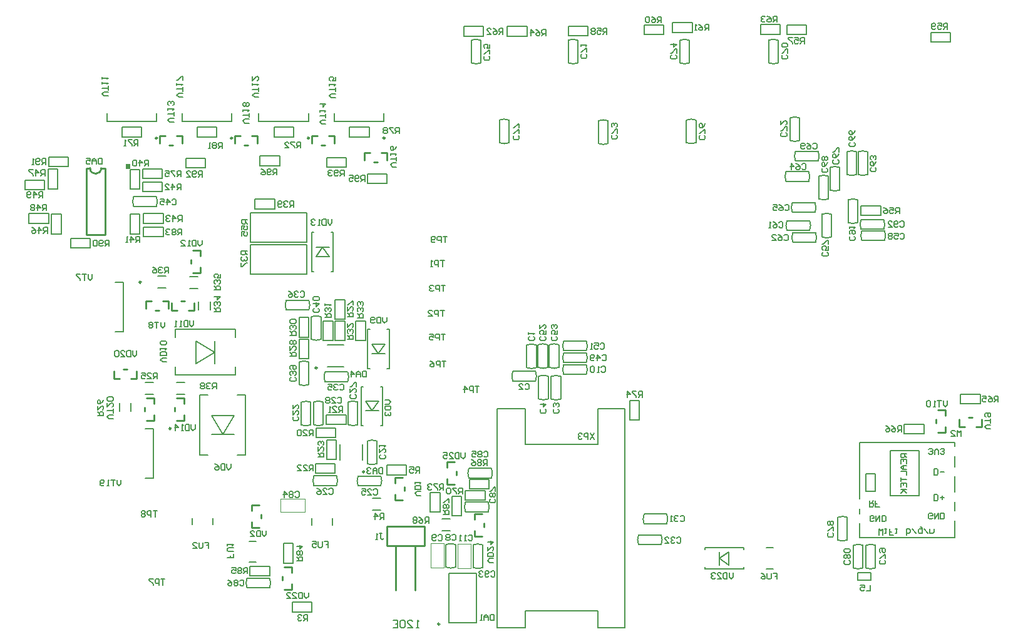
<source format=gbo>
G04*
G04 #@! TF.GenerationSoftware,Altium Limited,Altium Designer,19.1.8 (144)*
G04*
G04 Layer_Color=32896*
%FSLAX24Y24*%
%MOIN*%
G70*
G01*
G75*
%ADD10C,0.0070*%
%ADD11C,0.0100*%
%ADD13C,0.0098*%
%ADD14C,0.0079*%
%ADD16C,0.0050*%
%ADD17C,0.0039*%
G36*
X2379Y24780D02*
X2129D01*
Y25030D01*
X2379D01*
Y24780D01*
D02*
G37*
D10*
X20400Y8829D02*
G03*
X20400Y8318I608J-256D01*
G01*
X21607D02*
G03*
X21607Y8829I-609J255D01*
G01*
X24686Y14200D02*
G03*
X25197Y14200I255J609D01*
G01*
Y15407D02*
G03*
X24686Y15407I-256J-608D01*
G01*
X24625Y13733D02*
G03*
X24114Y13733I-255J-609D01*
G01*
Y12526D02*
G03*
X24625Y12526I256J608D01*
G01*
X24596Y15407D02*
G03*
X24086Y15407I-256J-608D01*
G01*
Y14200D02*
G03*
X24596Y14200I255J609D01*
G01*
X26657Y15089D02*
G03*
X26657Y15599I-608J256D01*
G01*
X25450D02*
G03*
X25450Y15089I609J-255D01*
G01*
X23995Y15397D02*
G03*
X23484Y15396I-255J-609D01*
G01*
Y14190D02*
G03*
X23995Y14189I256J608D01*
G01*
X38497Y24115D02*
G03*
X38497Y24626I-609J255D01*
G01*
X37290D02*
G03*
X37289Y24115I608J-256D01*
G01*
X39037Y23176D02*
G03*
X39547Y23176I255J609D01*
G01*
Y24383D02*
G03*
X39037Y24384I-256J-608D01*
G01*
X39632Y23644D02*
G03*
X40143Y23644I255J609D01*
G01*
Y24851D02*
G03*
X39632Y24851I-256J-608D01*
G01*
X41043Y25682D02*
G03*
X40533Y25682I-255J-609D01*
G01*
Y24475D02*
G03*
X41043Y24475I256J608D01*
G01*
X41634Y25682D02*
G03*
X41123Y25682I-255J-609D01*
G01*
Y24475D02*
G03*
X41634Y24475I256J608D01*
G01*
X11478Y11139D02*
G03*
X11988Y11139I255J609D01*
G01*
Y12346D02*
G03*
X11478Y12346I-256J-608D01*
G01*
X15501Y10279D02*
G03*
X14990Y10278I-255J-609D01*
G01*
Y9071D02*
G03*
X15501Y9071I256J608D01*
G01*
X25450Y14339D02*
G03*
X25450Y13829I609J-255D01*
G01*
X26657D02*
G03*
X26657Y14339I-608J256D01*
G01*
X8589Y2971D02*
G03*
X8590Y2461I609J-255D01*
G01*
X9797D02*
G03*
X9797Y2971I-608J256D01*
G01*
X42056Y4727D02*
G03*
X41546Y4728I-256J-608D01*
G01*
Y3520D02*
G03*
X42056Y3521I255J609D01*
G01*
X41387Y4727D02*
G03*
X40876Y4728I-256J-608D01*
G01*
Y3520D02*
G03*
X41387Y3521I255J609D01*
G01*
X40551Y6214D02*
G03*
X40041Y6214I-256J-608D01*
G01*
Y5007D02*
G03*
X40551Y5007I255J609D01*
G01*
X26657Y14459D02*
G03*
X26657Y14969I-608J256D01*
G01*
X25450D02*
G03*
X25450Y14459I609J-255D01*
G01*
X20631Y3540D02*
G03*
X21142Y3541I255J609D01*
G01*
Y4747D02*
G03*
X20631Y4748I-256J-608D01*
G01*
X19695Y4767D02*
G03*
X19184Y4768I-256J-608D01*
G01*
Y3560D02*
G03*
X19695Y3560I255J609D01*
G01*
X30643Y4765D02*
G03*
X30642Y5275I-609J255D01*
G01*
X29436D02*
G03*
X29435Y4765I608J-256D01*
G01*
X24784Y12516D02*
G03*
X25294Y12516I256J608D01*
G01*
Y13724D02*
G03*
X24784Y13723I-255J-609D01*
G01*
X22743Y13996D02*
G03*
X22742Y13485I608J-256D01*
G01*
X23950D02*
G03*
X23950Y13996I-609J255D01*
G01*
X20223Y7027D02*
G03*
X20223Y6517I608J-256D01*
G01*
X21430D02*
G03*
X21430Y7027I-609J255D01*
G01*
X3763Y22776D02*
G03*
X3764Y23286I-608J256D01*
G01*
X2556D02*
G03*
X2556Y22776I609J-255D01*
G01*
X10676Y17775D02*
G03*
X10675Y17265I608J-256D01*
G01*
X11883D02*
G03*
X11883Y17775I-609J255D01*
G01*
X12743Y13957D02*
G03*
X12742Y13446I608J-256D01*
G01*
X13950D02*
G03*
X13950Y13957I-609J255D01*
G01*
X12529Y16903D02*
G03*
X12019Y16903I-256J-608D01*
G01*
Y15696D02*
G03*
X12529Y15696I255J609D01*
G01*
X11368Y13284D02*
G03*
X11879Y13284I256J608D01*
G01*
Y14491D02*
G03*
X11368Y14491I-255J-609D01*
G01*
X12647Y12356D02*
G03*
X12137Y12356I-256J-608D01*
G01*
Y11148D02*
G03*
X12647Y11149I255J609D01*
G01*
X14488Y12356D02*
G03*
X13978Y12356I-256J-608D01*
G01*
Y11148D02*
G03*
X14488Y11149I255J609D01*
G01*
X15712Y7904D02*
G03*
X15712Y8414I-608J256D01*
G01*
X14505D02*
G03*
X14505Y7904I609J-255D01*
G01*
X12152Y8425D02*
G03*
X12152Y7915I608J-256D01*
G01*
X13359D02*
G03*
X13359Y8425I-609J255D01*
G01*
X29731Y6388D02*
G03*
X29730Y5877I608J-256D01*
G01*
X30938D02*
G03*
X30938Y6388I-609J255D01*
G01*
X41325Y21476D02*
G03*
X41325Y20966I608J-256D01*
G01*
X42533D02*
G03*
X42532Y21476I-609J255D01*
G01*
X21043Y31627D02*
G03*
X20533Y31628I-256J-608D01*
G01*
Y30420D02*
G03*
X21043Y30421I255J609D01*
G01*
X36870Y31627D02*
G03*
X36359Y31628I-256J-608D01*
G01*
Y30420D02*
G03*
X36870Y30421I255J609D01*
G01*
X26201Y31627D02*
G03*
X25690Y31628I-256J-608D01*
G01*
Y30420D02*
G03*
X26201Y30421I255J609D01*
G01*
X32146Y31627D02*
G03*
X31635Y31628I-256J-608D01*
G01*
Y30420D02*
G03*
X32146Y30421I255J609D01*
G01*
X37500Y26286D02*
G03*
X38011Y26286I256J608D01*
G01*
Y27493D02*
G03*
X37500Y27493I-255J-609D01*
G01*
X31988Y26168D02*
G03*
X32499Y26167I256J608D01*
G01*
Y27375D02*
G03*
X31988Y27375I-255J-609D01*
G01*
X27303Y26128D02*
G03*
X27814Y26128I256J608D01*
G01*
Y27336D02*
G03*
X27303Y27335I-255J-609D01*
G01*
X22028Y26168D02*
G03*
X22538Y26167I256J608D01*
G01*
Y27375D02*
G03*
X22028Y27375I-255J-609D01*
G01*
X39705Y22356D02*
G03*
X39194Y22356I-256J-608D01*
G01*
Y21148D02*
G03*
X39705Y21149I255J609D01*
G01*
X37339Y22018D02*
G03*
X37339Y21507I608J-256D01*
G01*
X38546D02*
G03*
X38546Y22018I-609J255D01*
G01*
X37654Y21378D02*
G03*
X37654Y20867I608J-256D01*
G01*
X38861D02*
G03*
X38861Y21378I-609J255D01*
G01*
X37625Y22972D02*
G03*
X37624Y22462I608J-256D01*
G01*
X38832D02*
G03*
X38831Y22972I-609J255D01*
G01*
X38999Y25197D02*
G03*
X39000Y25707I-608J256D01*
G01*
X37792D02*
G03*
X37793Y25197I609J-255D01*
G01*
X41101Y23123D02*
G03*
X40591Y23123I-255J-609D01*
G01*
Y21916D02*
G03*
X41101Y21915I256J608D01*
G01*
X42493Y21556D02*
G03*
X42493Y22067I-609J255D01*
G01*
X41286D02*
G03*
X41286Y21556I608J-256D01*
G01*
X28957Y11398D02*
Y12441D01*
X29469Y11398D02*
Y12441D01*
X28957Y11398D02*
X29469D01*
X28957Y12441D02*
X29469D01*
X20433Y7726D02*
Y8238D01*
X21476Y7726D02*
Y8238D01*
X20433D02*
X21476D01*
X20433Y7726D02*
X21476D01*
X20404Y8829D02*
X21604D01*
X20404Y8318D02*
X21604D01*
X18868Y6496D02*
Y7539D01*
X18356Y6496D02*
Y7539D01*
X18868D01*
X18356Y6496D02*
X18868D01*
X20217Y7638D02*
X21260D01*
X20217Y7126D02*
X21260D01*
X20217D02*
Y7638D01*
X21260Y7126D02*
Y7638D01*
X12047Y1181D02*
Y1693D01*
X11004Y1181D02*
Y1693D01*
Y1181D02*
X12047D01*
X11004Y1693D02*
X12047D01*
X16053Y23996D02*
Y24508D01*
X15010Y23996D02*
Y24508D01*
Y23996D02*
X16053D01*
X15010Y24508D02*
X16053D01*
X9281Y24951D02*
Y25463D01*
X10325Y24951D02*
Y25463D01*
X9281D02*
X10325D01*
X9281Y24951D02*
X10325D01*
X24686Y14203D02*
Y15403D01*
X25197Y14203D02*
Y15404D01*
X24625Y12530D02*
Y13730D01*
X24114Y12530D02*
Y13730D01*
X-1959Y24902D02*
Y25413D01*
X-915Y24902D02*
Y25413D01*
X-1959D02*
X-915D01*
X-1959Y24902D02*
X-915D01*
X-787Y20561D02*
Y21073D01*
X256Y20561D02*
Y21073D01*
X-787D02*
X256D01*
X-787Y20561D02*
X256D01*
X24596Y14203D02*
Y15404D01*
X24086Y14203D02*
Y15403D01*
X25453Y15089D02*
X26654D01*
X25454Y15599D02*
X26653D01*
X3081Y21152D02*
X4124D01*
X3081Y21663D02*
X4124D01*
Y21152D02*
Y21663D01*
X3081Y21152D02*
Y21663D01*
X5925Y26988D02*
X6969D01*
X5925Y26476D02*
X6969D01*
X5925D02*
Y26988D01*
X6969Y26476D02*
Y26988D01*
X1939D02*
X2982D01*
X1939Y26476D02*
X2982D01*
X1939D02*
Y26988D01*
X2982Y26476D02*
Y26988D01*
X10030D02*
X11073D01*
X10030Y26476D02*
X11073D01*
X10030D02*
Y26988D01*
X11073Y26476D02*
Y26988D01*
X14055D02*
X15098D01*
X14055Y26476D02*
X15098D01*
X14055D02*
Y26988D01*
X15098Y26476D02*
Y26988D01*
X-3012Y21880D02*
X-1969D01*
X-3012Y22392D02*
X-1969D01*
Y21880D02*
Y22392D01*
X-3012Y21880D02*
Y22392D01*
X5325Y24833D02*
X6368D01*
X5325Y25344D02*
X6368D01*
Y24833D02*
Y25344D01*
X5325Y24833D02*
Y25344D01*
X12844Y24852D02*
X13888D01*
X12844Y25364D02*
X13888D01*
Y24852D02*
Y25364D01*
X12844Y24852D02*
Y25364D01*
X23995Y14193D02*
Y15393D01*
X23484Y14193D02*
Y15394D01*
X37293Y24115D02*
X38493D01*
X37293Y24626D02*
X38494D01*
X39036Y23180D02*
Y24380D01*
X39547Y23179D02*
Y24380D01*
X39632Y23647D02*
Y24847D01*
X40143Y23647D02*
Y24847D01*
X41043Y24478D02*
Y25678D01*
X40532Y24478D02*
Y25679D01*
X41634Y24478D02*
Y25678D01*
X41123Y24478D02*
Y25679D01*
X44990Y31526D02*
X46033D01*
X44990Y32037D02*
X46033D01*
Y31526D02*
Y32037D01*
X44990Y31526D02*
Y32037D01*
X11477Y11142D02*
Y12342D01*
X11988Y11142D02*
Y12343D01*
X12264Y10984D02*
X13307D01*
X12264Y10472D02*
X13307D01*
X12264D02*
Y10984D01*
X13307Y10472D02*
Y10984D01*
X15501Y9075D02*
Y10275D01*
X14990Y9075D02*
Y10276D01*
X25454Y14340D02*
X26653D01*
X25453Y13829D02*
X26654D01*
X8593Y2972D02*
X9793D01*
X8593Y2461D02*
X9793D01*
X44626Y10669D02*
Y11181D01*
X43583Y10669D02*
Y11181D01*
Y10669D02*
X44626D01*
X43583Y11181D02*
X44626D01*
X46585Y12254D02*
Y12766D01*
X47628Y12254D02*
Y12766D01*
X46585D02*
X47628D01*
X46585Y12254D02*
X47628D01*
X42056Y3523D02*
Y4724D01*
X41545Y3524D02*
Y4724D01*
X41387Y3523D02*
Y4724D01*
X40876Y3524D02*
Y4724D01*
X40551Y5010D02*
Y6211D01*
X40040Y5011D02*
Y6211D01*
X25453Y14459D02*
X26654D01*
X25454Y14970D02*
X26653D01*
X20631Y3544D02*
Y4744D01*
X21142Y3543D02*
Y4744D01*
X19695Y3563D02*
Y4764D01*
X19184Y3564D02*
Y4764D01*
X29439Y4765D02*
X30639D01*
X29439Y5276D02*
X30640D01*
X17087Y8484D02*
Y8996D01*
X16043Y8484D02*
Y8996D01*
Y8484D02*
X17087D01*
X16043Y8996D02*
X17087D01*
X24783Y12520D02*
Y13720D01*
X25294Y12520D02*
Y13720D01*
X22746Y13996D02*
X23947D01*
X22746Y13485D02*
X23946D01*
X19508Y7343D02*
X20020D01*
X19508Y6299D02*
X20020D01*
Y7343D01*
X19508Y6299D02*
Y7343D01*
X20226Y7028D02*
X21427D01*
X20226Y6517D02*
X21426D01*
X10541Y3780D02*
X11053D01*
X10541Y4823D02*
X11053D01*
X10541Y3780D02*
Y4823D01*
X11053Y3780D02*
Y4823D01*
X8750Y3091D02*
Y3602D01*
X9793Y3091D02*
Y3602D01*
X8750D02*
X9793D01*
X8750Y3091D02*
X9793D01*
X3031Y24262D02*
Y24774D01*
X4075Y24262D02*
Y24774D01*
X3031D02*
X4075D01*
X3031Y24262D02*
X4075D01*
X-1998Y23711D02*
X-1486D01*
X-1998Y24754D02*
X-1486D01*
X-1998Y23711D02*
Y24754D01*
X-1486Y23711D02*
Y24754D01*
X-3228Y23671D02*
Y24183D01*
X-2185Y23671D02*
Y24183D01*
X-3228D02*
X-2185D01*
X-3228Y23671D02*
X-2185D01*
X-1811Y22352D02*
X-1299D01*
X-1811Y21309D02*
X-1299D01*
Y22352D01*
X-1811Y21309D02*
Y22352D01*
X4124Y21880D02*
Y22392D01*
X3081Y21880D02*
Y22392D01*
Y21880D02*
X4124D01*
X3081Y22392D02*
X4124D01*
X2372Y22352D02*
X2884D01*
X2372Y21309D02*
X2884D01*
Y22352D01*
X2372Y21309D02*
Y22352D01*
Y23701D02*
X2884D01*
X2372Y24744D02*
X2884D01*
X2372Y23701D02*
Y24744D01*
X2884Y23701D02*
Y24744D01*
X4075Y23553D02*
Y24065D01*
X3031Y23553D02*
Y24065D01*
Y23553D02*
X4075D01*
X3031Y24065D02*
X4075D01*
X2559Y22776D02*
X3760D01*
X2560Y23286D02*
X3760D01*
X10059Y22648D02*
Y23159D01*
X9016Y22648D02*
Y23159D01*
Y22648D02*
X10059D01*
X9016Y23159D02*
X10059D01*
X10679Y17776D02*
X11880D01*
X10679Y17265D02*
X11879D01*
X13287Y16772D02*
X13799D01*
X13287Y17815D02*
X13799D01*
X13287Y16772D02*
Y17815D01*
X13799Y16772D02*
Y17815D01*
X13287Y15620D02*
X13799D01*
X13287Y16663D02*
X13799D01*
X13287Y15620D02*
Y16663D01*
X13799Y15620D02*
Y16663D01*
X14380Y16673D02*
X14892D01*
X14380Y15630D02*
X14892D01*
Y16673D01*
X14380Y15630D02*
Y16673D01*
X12746Y13957D02*
X13947D01*
X12746Y13446D02*
X13946D01*
X12648Y16673D02*
X13159D01*
X12648Y15630D02*
X13159D01*
Y16673D01*
X12648Y15630D02*
Y16673D01*
X12530Y15699D02*
Y16900D01*
X12019Y15700D02*
Y16900D01*
X11358Y15699D02*
X11870D01*
X11358Y14656D02*
X11870D01*
Y15699D01*
X11358Y14656D02*
Y15699D01*
Y16860D02*
X11870D01*
X11358Y15817D02*
X11870D01*
Y16860D01*
X11358Y15817D02*
Y16860D01*
X11368Y13287D02*
Y14488D01*
X11879Y13287D02*
Y14487D01*
X12815Y11161D02*
Y11673D01*
X13858Y11161D02*
Y11673D01*
X12815D02*
X13858D01*
X12815Y11161D02*
X13858D01*
X12648Y11152D02*
Y12352D01*
X12137Y11152D02*
Y12352D01*
X14488Y11152D02*
Y12352D01*
X13977Y11152D02*
Y12352D01*
X12835Y9301D02*
X13346D01*
X12835Y10344D02*
X13346D01*
X12835Y9301D02*
Y10344D01*
X13346Y9301D02*
Y10344D01*
X14508Y7904D02*
X15709D01*
X14509Y8414D02*
X15709D01*
X12156Y8425D02*
X13356D01*
X12156Y7914D02*
X13356D01*
X12244Y8563D02*
Y9075D01*
X13287Y8563D02*
Y9075D01*
X12244D02*
X13287D01*
X12244Y8563D02*
X13287D01*
X29734Y6388D02*
X30935D01*
X29734Y5877D02*
X30934D01*
X41329Y21476D02*
X42530D01*
X41329Y20965D02*
X42529D01*
X21043Y30423D02*
Y31624D01*
X20532Y30424D02*
Y31624D01*
X36870Y30423D02*
Y31624D01*
X36359Y30424D02*
Y31624D01*
X26201Y30423D02*
Y31624D01*
X25690Y30424D02*
Y31624D01*
X32146Y30423D02*
Y31624D01*
X31635Y30424D02*
Y31624D01*
X37500Y26289D02*
Y27490D01*
X38011Y26289D02*
Y27489D01*
X31988Y26171D02*
Y27372D01*
X32499Y26171D02*
Y27371D01*
X27303Y26132D02*
Y27333D01*
X27814Y26132D02*
Y27332D01*
X22028Y26171D02*
Y27372D01*
X22538Y26171D02*
Y27371D01*
X20128Y31850D02*
Y32362D01*
X21171Y31850D02*
Y32362D01*
X20128D02*
X21171D01*
X20128Y31850D02*
X21171D01*
X23494D02*
Y32362D01*
X22451Y31850D02*
Y32362D01*
Y31850D02*
X23494D01*
X22451Y32362D02*
X23494D01*
X25709Y31860D02*
Y32372D01*
X26752Y31860D02*
Y32372D01*
X25709D02*
X26752D01*
X25709Y31860D02*
X26752D01*
X29734Y31919D02*
Y32431D01*
X30778Y31919D02*
Y32431D01*
X29734D02*
X30778D01*
X29734Y31919D02*
X30778D01*
X31250Y32047D02*
Y32559D01*
X32293Y32047D02*
Y32559D01*
X31250D02*
X32293D01*
X31250Y32047D02*
X32293D01*
X35935Y31949D02*
Y32461D01*
X36978Y31949D02*
Y32461D01*
X35935D02*
X36978D01*
X35935Y31949D02*
X36978D01*
X37343Y31939D02*
Y32451D01*
X38386Y31939D02*
Y32451D01*
X37343D02*
X38386D01*
X37343Y31939D02*
X38386D01*
X39705Y21152D02*
Y22352D01*
X39194Y21152D02*
Y22352D01*
X37343Y22018D02*
X38543D01*
X37343Y21507D02*
X38543D01*
X37657Y21378D02*
X38858D01*
X37658Y20867D02*
X38858D01*
X37628Y22972D02*
X38829D01*
X37628Y22462D02*
X38828D01*
X37795Y25197D02*
X38996D01*
X37796Y25708D02*
X38996D01*
X42333Y22303D02*
Y22815D01*
X41289Y22303D02*
Y22815D01*
Y22303D02*
X42333D01*
X41289Y22815D02*
X42333D01*
X41101Y21919D02*
Y23119D01*
X40591Y21919D02*
Y23120D01*
X41289Y21556D02*
X42489D01*
X41289Y22067D02*
X42490D01*
D11*
X235Y24809D02*
G03*
X826Y24809I295J0D01*
G01*
X19231Y7959D02*
X19631D01*
X19231D02*
Y8259D01*
Y9159D02*
X19631D01*
X19231Y8859D02*
Y9159D01*
X19731Y8459D02*
Y8659D01*
X8823Y6563D02*
Y6863D01*
Y5663D02*
X9223D01*
X8823D02*
Y5963D01*
X9323Y6163D02*
Y6363D01*
X8823Y6863D02*
X9223D01*
X16030Y5719D02*
X18037D01*
Y4695D02*
Y5719D01*
X16030Y4695D02*
Y5719D01*
Y4695D02*
X18037D01*
X17526Y2333D02*
Y4695D01*
X16522Y2333D02*
Y4695D01*
X45784Y10725D02*
Y11025D01*
X45384Y11925D02*
X45784D01*
Y11625D02*
Y11925D01*
X45284Y11225D02*
Y11425D01*
X45384Y10725D02*
X45784D01*
X3248Y11355D02*
X3648D01*
X3148Y11855D02*
Y12055D01*
X3648Y12255D02*
Y12555D01*
X3248D02*
X3648D01*
Y11355D02*
Y11655D01*
X4842Y11355D02*
X5242D01*
X4742Y11855D02*
Y12055D01*
X5242Y12255D02*
Y12555D01*
X4842D02*
X5242D01*
Y11355D02*
Y11655D01*
X1503Y13596D02*
Y13996D01*
X2003Y14096D02*
X2203D01*
X2403Y13596D02*
X2703D01*
Y13996D01*
X1503Y13596D02*
X1803D01*
X4841Y26532D02*
X5141D01*
X3941Y26132D02*
Y26532D01*
X4241D01*
X4441Y26032D02*
X4641D01*
X5141Y26132D02*
Y26532D01*
X8827Y26522D02*
X9127D01*
X7927Y26122D02*
Y26522D01*
X8227D01*
X8427Y26022D02*
X8627D01*
X9127Y26122D02*
Y26522D01*
X12951D02*
X13251D01*
X12051Y26122D02*
Y26522D01*
X12351D01*
X12551Y26022D02*
X12751D01*
X13251Y26122D02*
Y26522D01*
X16970Y7620D02*
Y7820D01*
X16470Y8020D02*
Y8320D01*
X16870D01*
X16470Y7120D02*
Y7420D01*
Y7120D02*
X16870D01*
X46493Y11047D02*
Y11447D01*
X46993Y11547D02*
X47193D01*
X47393Y11047D02*
X47693D01*
Y11447D01*
X46493Y11047D02*
X46793D01*
X21222Y5701D02*
Y5901D01*
X20722Y6101D02*
Y6401D01*
X21122D01*
X20722Y5201D02*
Y5501D01*
Y5201D02*
X21122D01*
X39Y21266D02*
Y24809D01*
X1023Y21266D02*
Y24809D01*
X39Y21266D02*
X1023D01*
X39Y24809D02*
X235D01*
X826D02*
X1023D01*
X10561Y2359D02*
X10961D01*
X10461Y2859D02*
Y3059D01*
X10961Y3259D02*
Y3559D01*
X10561D02*
X10961D01*
Y2359D02*
Y2659D01*
X16046Y25226D02*
Y25626D01*
X15346Y25126D02*
X15546D01*
X14846Y25626D02*
X15146D01*
X14846Y25226D02*
Y25626D01*
X15746D02*
X16046D01*
X4393Y17333D02*
Y17733D01*
X3693Y17233D02*
X3893D01*
X3193Y17733D02*
X3493D01*
X3193Y17333D02*
Y17733D01*
X4093D02*
X4393D01*
X5718Y19249D02*
X6118D01*
X5618Y19749D02*
Y19949D01*
X6118Y20149D02*
Y20449D01*
X5718D02*
X6118D01*
Y19249D02*
Y19549D01*
X4583Y17238D02*
Y17638D01*
X5083Y17738D02*
X5283D01*
X5483Y17238D02*
X5783D01*
Y17638D01*
X4583Y17238D02*
X4883D01*
D13*
X3817Y26417D02*
G03*
X3817Y26417I-49J0D01*
G01*
X7813D02*
G03*
X7813Y26417I-49J0D01*
G01*
X11907D02*
G03*
X11907Y26417I-49J0D01*
G01*
X15935D02*
G03*
X15935Y26417I-49J0D01*
G01*
X14843Y8642D02*
G03*
X14843Y8642I-49J0D01*
G01*
X4537Y10943D02*
G03*
X4537Y10943I-49J0D01*
G01*
X12323Y14173D02*
G03*
X12323Y14173I-49J0D01*
G01*
X18848Y531D02*
G03*
X18848Y531I-49J0D01*
G01*
X2953Y18742D02*
G03*
X2953Y18742I-49J0D01*
G01*
D14*
X18976Y5502D02*
X19409D01*
X18976Y6132D02*
X19409D01*
X13130Y5817D02*
Y6171D01*
X12028Y5817D02*
Y6171D01*
X32963Y4606D02*
X35049D01*
X32963Y3465D02*
X35049D01*
X32963Y4498D02*
Y4606D01*
Y3465D02*
Y3573D01*
X35049Y4498D02*
Y4606D01*
Y3465D02*
Y3573D01*
X21919Y325D02*
X23415D01*
Y1230D01*
X27274Y325D02*
Y1230D01*
X21919Y12018D02*
X23415D01*
X27274Y325D02*
X28691D01*
X27274Y12018D02*
X28691D01*
X23415Y1230D02*
X27274D01*
X23415Y10089D02*
X27274D01*
X23415D02*
Y12018D01*
X27274Y10089D02*
Y12018D01*
X21919Y325D02*
Y12018D01*
X28691Y325D02*
Y12018D01*
X36250Y3484D02*
X36604D01*
X36250Y4587D02*
X36604D01*
X1130Y27313D02*
Y27746D01*
X3768Y27313D02*
Y27746D01*
X1130Y27313D02*
X3768D01*
X5126D02*
Y27746D01*
X7764Y27313D02*
Y27746D01*
X5126Y27313D02*
X7764D01*
X9220D02*
Y27746D01*
X11858Y27313D02*
Y27746D01*
X9220Y27313D02*
X11858D01*
X13248D02*
Y27746D01*
X15886Y27313D02*
Y27746D01*
X13248Y27313D02*
X15886D01*
X8770Y20876D02*
X11762D01*
Y22451D01*
X8770D02*
X11762D01*
X8770Y20876D02*
Y22451D01*
X15015Y14134D02*
Y16220D01*
X16157Y14134D02*
Y16220D01*
X15015Y14134D02*
X15123D01*
X16048D02*
X16157D01*
X15015Y16220D02*
X15123D01*
X16048D02*
X16157D01*
X4774Y15787D02*
Y16230D01*
Y13789D02*
Y14232D01*
X7963Y15787D02*
Y16230D01*
Y13789D02*
Y14232D01*
X5868Y14410D02*
Y15610D01*
X6868Y14410D02*
Y15610D01*
X5868D02*
X6868Y15010D01*
X5868Y14410D02*
X6868Y15010D01*
X4774Y16230D02*
X7963D01*
X4774Y13789D02*
X7963D01*
X13553Y9252D02*
Y10118D01*
X14734Y9252D02*
Y10118D01*
X3159Y8305D02*
X3593D01*
X3159Y10943D02*
X3593D01*
Y8305D02*
Y10943D01*
X8071Y12726D02*
X8514D01*
X6073D02*
X6516D01*
X8071Y9537D02*
X8514D01*
X6073D02*
X6516D01*
X6693Y11632D02*
X7893D01*
X6693Y10632D02*
X7893D01*
X7293D02*
X7893Y11632D01*
X6693D02*
X7293Y10632D01*
X8514Y9537D02*
Y12726D01*
X6073Y9537D02*
Y12726D01*
X4843Y13406D02*
X5276D01*
X4843Y12776D02*
X5276D01*
X41112Y2874D02*
Y3268D01*
Y2874D02*
X41821D01*
Y3071D01*
Y3268D01*
X41112D02*
X41821D01*
X12884Y15413D02*
X13750D01*
X12884Y14232D02*
X13750D01*
X15266Y7244D02*
X15699D01*
X15266Y6614D02*
X15699D01*
X5679Y5827D02*
Y6181D01*
X6781Y5827D02*
Y6181D01*
X8711Y4931D02*
X9065D01*
X8711Y3829D02*
X9065D01*
X41191Y10217D02*
X46280D01*
Y10000D02*
Y10217D01*
Y8907D02*
Y9478D01*
Y7569D02*
Y8386D01*
Y6575D02*
Y7028D01*
Y5138D02*
Y6024D01*
X41191Y7195D02*
Y10217D01*
Y6407D02*
Y6654D01*
Y5138D02*
Y5886D01*
Y5138D02*
X46280D01*
X42854Y7362D02*
Y9774D01*
X44380D01*
Y7362D02*
Y9774D01*
X42854Y7362D02*
X44380D01*
X41535Y7608D02*
Y8524D01*
Y7608D02*
X42037D01*
Y8524D01*
X41535D02*
X42037D01*
X12037Y19311D02*
X12146D01*
X13071D02*
X13179D01*
X12037Y21398D02*
X12146D01*
X13071D02*
X13179D01*
X12037Y19311D02*
Y21398D01*
X13179Y19311D02*
Y21398D01*
X8770Y19163D02*
X11762D01*
Y20738D01*
X8770D02*
X11762D01*
X8770Y19163D02*
Y20738D01*
X5541Y18415D02*
X5974D01*
X5541Y19045D02*
X5974D01*
X2008Y16104D02*
Y18742D01*
X1575D02*
X2008D01*
X1575Y16104D02*
X2008D01*
X3848Y18425D02*
X4281D01*
X3848Y19055D02*
X4281D01*
X6644Y17264D02*
Y17697D01*
X6014Y17264D02*
Y17697D01*
X15709Y13179D02*
X15817D01*
X14675D02*
X14783D01*
X15709Y11093D02*
X15817D01*
X14675D02*
X14783D01*
X15817D02*
Y13179D01*
X14675Y11093D02*
Y13179D01*
X3159Y13406D02*
X3593D01*
X3159Y12776D02*
X3593D01*
X2421Y11870D02*
Y12303D01*
X1791Y11870D02*
Y12303D01*
X17736Y344D02*
X17605D01*
X17671D01*
Y738D01*
X17736Y672D01*
X17146Y344D02*
X17408D01*
X17146Y607D01*
Y672D01*
X17211Y738D01*
X17343D01*
X17408Y672D01*
X17015D02*
X16949Y738D01*
X16818D01*
X16752Y672D01*
Y410D01*
X16818Y344D01*
X16949D01*
X17015Y410D01*
Y672D01*
X16359Y738D02*
X16621D01*
Y344D01*
X16359D01*
X16621Y541D02*
X16490D01*
X42224Y5276D02*
Y5591D01*
X42329Y5486D01*
X42434Y5591D01*
Y5276D01*
X42539Y5591D02*
X42644D01*
X42592D01*
Y5381D01*
X42539D01*
X43012Y5276D02*
X42802D01*
Y5433D01*
X42907D01*
X42802D01*
Y5591D01*
X43117D02*
X43221D01*
X43169D01*
Y5381D01*
X43117D01*
X43694Y5276D02*
Y5591D01*
X43851D01*
X43904Y5538D01*
Y5486D01*
Y5433D01*
X43851Y5381D01*
X43694D01*
X44009Y5591D02*
X44219Y5381D01*
X44428Y5695D02*
X44481D01*
X44533Y5643D01*
Y5381D01*
X44376D01*
X44323Y5433D01*
Y5538D01*
X44376Y5591D01*
X44533D01*
X44638D02*
X44848Y5381D01*
X44953Y5591D02*
Y5381D01*
X45111D01*
X45163Y5433D01*
Y5591D01*
X43711Y9606D02*
X43396D01*
Y9449D01*
X43448Y9396D01*
X43553D01*
X43606Y9449D01*
Y9606D01*
Y9501D02*
X43711Y9396D01*
X43396Y9082D02*
Y9291D01*
X43711D01*
Y9082D01*
X43553Y9291D02*
Y9186D01*
X43711Y8977D02*
X43501D01*
X43396Y8872D01*
X43501Y8767D01*
X43711D01*
X43553D01*
Y8977D01*
X43396Y8662D02*
X43711D01*
Y8452D01*
X43396Y8347D02*
Y8137D01*
Y8242D01*
X43711D01*
X43396Y7822D02*
Y8032D01*
X43711D01*
Y7822D01*
X43553Y8032D02*
Y7927D01*
X43396Y7717D02*
X43711D01*
X43606D01*
X43396Y7507D01*
X43553Y7665D01*
X43711Y7507D01*
X45092Y6184D02*
X45039Y6132D01*
X44934D01*
X44882Y6184D01*
Y6394D01*
X44934Y6447D01*
X45039D01*
X45092Y6394D01*
Y6289D01*
X44987D01*
X45197Y6447D02*
Y6132D01*
X45407Y6447D01*
Y6132D01*
X45512D02*
Y6447D01*
X45669D01*
X45722Y6394D01*
Y6184D01*
X45669Y6132D01*
X45512D01*
X45177Y7106D02*
Y7421D01*
X45335D01*
X45387Y7369D01*
Y7159D01*
X45335Y7106D01*
X45177D01*
X45492Y7264D02*
X45702D01*
X45597Y7159D02*
Y7369D01*
X45177Y8475D02*
Y8789D01*
X45335D01*
X45387Y8737D01*
Y8527D01*
X45335Y8475D01*
X45177D01*
X45492Y8632D02*
X45702D01*
X44882Y9620D02*
X44934Y9567D01*
X45039D01*
X45092Y9620D01*
Y9672D01*
X45039Y9724D01*
X44987D01*
X45039D01*
X45092Y9777D01*
Y9829D01*
X45039Y9882D01*
X44934D01*
X44882Y9829D01*
X45197Y9567D02*
Y9777D01*
X45302Y9882D01*
X45407Y9777D01*
Y9567D01*
X45512Y9620D02*
X45564Y9567D01*
X45669D01*
X45722Y9620D01*
Y9672D01*
X45669Y9724D01*
X45617D01*
X45669D01*
X45722Y9777D01*
Y9829D01*
X45669Y9882D01*
X45564D01*
X45512Y9829D01*
X41732Y7087D02*
Y6772D01*
X41890D01*
X41942Y6824D01*
Y6929D01*
X41890Y6982D01*
X41732D01*
X41837D02*
X41942Y7087D01*
X42257Y6772D02*
X42047D01*
Y6929D01*
X42152D01*
X42047D01*
Y7087D01*
X41972Y6047D02*
X41919Y5994D01*
X41814D01*
X41762Y6047D01*
Y6257D01*
X41814Y6309D01*
X41919D01*
X41972Y6257D01*
Y6152D01*
X41867D01*
X42077Y6309D02*
Y5994D01*
X42287Y6309D01*
Y5994D01*
X42392D02*
Y6309D01*
X42549D01*
X42601Y6257D01*
Y6047D01*
X42549Y5994D01*
X42392D01*
X19242Y21171D02*
X19032D01*
X19137D01*
Y20856D01*
X18927D02*
Y21171D01*
X18770D01*
X18717Y21119D01*
Y21014D01*
X18770Y20961D01*
X18927D01*
X18612Y20909D02*
X18560Y20856D01*
X18455D01*
X18403Y20909D01*
Y21119D01*
X18455Y21171D01*
X18560D01*
X18612Y21119D01*
Y21066D01*
X18560Y21014D01*
X18403D01*
X3802Y6560D02*
X3592D01*
X3697D01*
Y6245D01*
X3487D02*
Y6560D01*
X3330D01*
X3277Y6508D01*
Y6403D01*
X3330Y6350D01*
X3487D01*
X3172Y6508D02*
X3120Y6560D01*
X3015D01*
X2962Y6508D01*
Y6455D01*
X3015Y6403D01*
X2962Y6350D01*
Y6298D01*
X3015Y6245D01*
X3120D01*
X3172Y6298D01*
Y6350D01*
X3120Y6403D01*
X3172Y6455D01*
Y6508D01*
X3120Y6403D02*
X3015D01*
X4220Y2926D02*
X4010D01*
X4115D01*
Y2611D01*
X3905D02*
Y2926D01*
X3748D01*
X3695Y2874D01*
Y2769D01*
X3748Y2716D01*
X3905D01*
X3590Y2926D02*
X3380D01*
Y2874D01*
X3590Y2664D01*
Y2611D01*
X19183Y14547D02*
X18973D01*
X19078D01*
Y14232D01*
X18868D02*
Y14547D01*
X18711D01*
X18658Y14495D01*
Y14390D01*
X18711Y14337D01*
X18868D01*
X18343Y14547D02*
X18448Y14495D01*
X18553Y14390D01*
Y14285D01*
X18501Y14232D01*
X18396D01*
X18343Y14285D01*
Y14337D01*
X18396Y14390D01*
X18553D01*
X19144Y15974D02*
X18934D01*
X19039D01*
Y15659D01*
X18829D02*
Y15974D01*
X18671D01*
X18619Y15922D01*
Y15817D01*
X18671Y15764D01*
X18829D01*
X18304Y15974D02*
X18514D01*
Y15817D01*
X18409Y15869D01*
X18357D01*
X18304Y15817D01*
Y15712D01*
X18357Y15659D01*
X18462D01*
X18514Y15712D01*
X20955Y13189D02*
X20745D01*
X20850D01*
Y12874D01*
X20640D02*
Y13189D01*
X20482D01*
X20430Y13136D01*
Y13031D01*
X20482Y12979D01*
X20640D01*
X20168Y12874D02*
Y13189D01*
X20325Y13031D01*
X20115D01*
X19154Y18573D02*
X18944D01*
X19049D01*
Y18258D01*
X18839D02*
Y18573D01*
X18681D01*
X18629Y18520D01*
Y18415D01*
X18681Y18363D01*
X18839D01*
X18524Y18520D02*
X18471Y18573D01*
X18366D01*
X18314Y18520D01*
Y18468D01*
X18366Y18415D01*
X18419D01*
X18366D01*
X18314Y18363D01*
Y18310D01*
X18366Y18258D01*
X18471D01*
X18524Y18310D01*
X19094Y17244D02*
X18885D01*
X18990D01*
Y16929D01*
X18780D02*
Y17244D01*
X18622D01*
X18570Y17192D01*
Y17087D01*
X18622Y17034D01*
X18780D01*
X18255Y16929D02*
X18465D01*
X18255Y17139D01*
Y17192D01*
X18307Y17244D01*
X18412D01*
X18465Y17192D01*
X19094Y19892D02*
X18885D01*
X18990D01*
Y19577D01*
X18780D02*
Y19892D01*
X18622D01*
X18570Y19839D01*
Y19734D01*
X18622Y19682D01*
X18780D01*
X18465Y19577D02*
X18360D01*
X18412D01*
Y19892D01*
X18465Y19839D01*
X29636Y12618D02*
Y12933D01*
X29478D01*
X29426Y12880D01*
Y12776D01*
X29478Y12723D01*
X29636D01*
X29531D02*
X29426Y12618D01*
X29321Y12933D02*
X29111D01*
Y12880D01*
X29321Y12671D01*
Y12618D01*
X28849D02*
Y12933D01*
X29006Y12776D01*
X28796D01*
X19055Y7677D02*
Y7992D01*
X18898D01*
X18845Y7940D01*
Y7835D01*
X18898Y7782D01*
X19055D01*
X18950D02*
X18845Y7677D01*
X18740Y7992D02*
X18530D01*
Y7940D01*
X18740Y7730D01*
Y7677D01*
X18425Y7940D02*
X18373Y7992D01*
X18268D01*
X18215Y7940D01*
Y7887D01*
X18268Y7835D01*
X18320D01*
X18268D01*
X18215Y7782D01*
Y7730D01*
X18268Y7677D01*
X18373D01*
X18425Y7730D01*
X20059Y7470D02*
Y7785D01*
X19902D01*
X19849Y7733D01*
Y7628D01*
X19902Y7575D01*
X20059D01*
X19954D02*
X19849Y7470D01*
X19744Y7785D02*
X19534D01*
Y7733D01*
X19744Y7523D01*
Y7470D01*
X19429Y7733D02*
X19377Y7785D01*
X19272D01*
X19219Y7733D01*
Y7523D01*
X19272Y7470D01*
X19377D01*
X19429Y7523D01*
Y7733D01*
X24465Y11982D02*
X24518Y11929D01*
Y11824D01*
X24465Y11772D01*
X24255D01*
X24203Y11824D01*
Y11929D01*
X24255Y11982D01*
X24203Y12244D02*
X24518D01*
X24360Y12087D01*
Y12296D01*
X36601Y3238D02*
X36811D01*
Y3081D01*
X36706D01*
X36811D01*
Y2923D01*
X36496Y3238D02*
Y2976D01*
X36444Y2923D01*
X36339D01*
X36286Y2976D01*
Y3238D01*
X35971D02*
X36076Y3186D01*
X36181Y3081D01*
Y2976D01*
X36129Y2923D01*
X36024D01*
X35971Y2976D01*
Y3028D01*
X36024Y3081D01*
X36181D01*
X20197Y9655D02*
Y9445D01*
X20092Y9341D01*
X19987Y9445D01*
Y9655D01*
X19882D02*
Y9341D01*
X19725D01*
X19672Y9393D01*
Y9603D01*
X19725Y9655D01*
X19882D01*
X19357Y9341D02*
X19567D01*
X19357Y9550D01*
Y9603D01*
X19410Y9655D01*
X19515D01*
X19567Y9603D01*
X19042Y9655D02*
X19252D01*
Y9498D01*
X19147Y9550D01*
X19095D01*
X19042Y9498D01*
Y9393D01*
X19095Y9341D01*
X19200D01*
X19252Y9393D01*
X21388Y8976D02*
Y9291D01*
X21230D01*
X21178Y9239D01*
Y9134D01*
X21230Y9081D01*
X21388D01*
X21283D02*
X21178Y8976D01*
X21073Y9239D02*
X21020Y9291D01*
X20916D01*
X20863Y9239D01*
Y9186D01*
X20916Y9134D01*
X20863Y9081D01*
Y9029D01*
X20916Y8976D01*
X21020D01*
X21073Y9029D01*
Y9081D01*
X21020Y9134D01*
X21073Y9186D01*
Y9239D01*
X21020Y9134D02*
X20916D01*
X20548Y9291D02*
X20653Y9239D01*
X20758Y9134D01*
Y9029D01*
X20706Y8976D01*
X20601D01*
X20548Y9029D01*
Y9081D01*
X20601Y9134D01*
X20758D01*
X12703Y4931D02*
X12913D01*
Y4774D01*
X12808D01*
X12913D01*
Y4616D01*
X12599Y4931D02*
Y4669D01*
X12546Y4616D01*
X12441D01*
X12389Y4669D01*
Y4931D01*
X12074D02*
X12284D01*
Y4774D01*
X12179Y4826D01*
X12126D01*
X12074Y4774D01*
Y4669D01*
X12126Y4616D01*
X12231D01*
X12284Y4669D01*
X21198Y9682D02*
X21250Y9734D01*
X21355D01*
X21407Y9682D01*
Y9472D01*
X21355Y9419D01*
X21250D01*
X21198Y9472D01*
X21093Y9682D02*
X21040Y9734D01*
X20935D01*
X20883Y9682D01*
Y9629D01*
X20935Y9577D01*
X20883Y9524D01*
Y9472D01*
X20935Y9419D01*
X21040D01*
X21093Y9472D01*
Y9524D01*
X21040Y9577D01*
X21093Y9629D01*
Y9682D01*
X21040Y9577D02*
X20935D01*
X20568Y9734D02*
X20778D01*
Y9577D01*
X20673Y9629D01*
X20620D01*
X20568Y9577D01*
Y9472D01*
X20620Y9419D01*
X20725D01*
X20778Y9472D01*
X11148Y7546D02*
X11201Y7598D01*
X11306D01*
X11358Y7546D01*
Y7336D01*
X11306Y7283D01*
X11201D01*
X11148Y7336D01*
X11043Y7546D02*
X10991Y7598D01*
X10886D01*
X10833Y7546D01*
Y7493D01*
X10886Y7441D01*
X10833Y7388D01*
Y7336D01*
X10886Y7283D01*
X10991D01*
X11043Y7336D01*
Y7388D01*
X10991Y7441D01*
X11043Y7493D01*
Y7546D01*
X10991Y7441D02*
X10886D01*
X10571Y7283D02*
Y7598D01*
X10729Y7441D01*
X10519D01*
X-2087Y22559D02*
Y22874D01*
X-2244D01*
X-2297Y22821D01*
Y22716D01*
X-2244Y22664D01*
X-2087D01*
X-2192D02*
X-2297Y22559D01*
X-2559D02*
Y22874D01*
X-2401Y22716D01*
X-2611D01*
X-2716Y22821D02*
X-2769Y22874D01*
X-2874D01*
X-2926Y22821D01*
Y22769D01*
X-2874Y22716D01*
X-2926Y22664D01*
Y22612D01*
X-2874Y22559D01*
X-2769D01*
X-2716Y22612D01*
Y22664D01*
X-2769Y22716D01*
X-2716Y22769D01*
Y22821D01*
X-2769Y22716D02*
X-2874D01*
X15656Y5354D02*
X15761D01*
X15709D01*
Y5092D01*
X15761Y5039D01*
X15814D01*
X15866Y5092D01*
X15551Y5039D02*
X15446D01*
X15499D01*
Y5354D01*
X15551Y5302D01*
X18268Y5906D02*
Y6220D01*
X18110D01*
X18058Y6168D01*
Y6063D01*
X18110Y6010D01*
X18268D01*
X18163D02*
X18058Y5906D01*
X17743Y6220D02*
X17848Y6168D01*
X17953Y6063D01*
Y5958D01*
X17900Y5906D01*
X17795D01*
X17743Y5958D01*
Y6010D01*
X17795Y6063D01*
X17953D01*
X17638Y6168D02*
X17586Y6220D01*
X17481D01*
X17428Y6168D01*
Y6115D01*
X17481Y6063D01*
X17428Y6010D01*
Y5958D01*
X17481Y5906D01*
X17586D01*
X17638Y5958D01*
Y6010D01*
X17586Y6063D01*
X17638Y6115D01*
Y6168D01*
X17586Y6063D02*
X17481D01*
X34469Y3258D02*
Y3048D01*
X34364Y2943D01*
X34259Y3048D01*
Y3258D01*
X34154D02*
Y2943D01*
X33996D01*
X33944Y2995D01*
Y3205D01*
X33996Y3258D01*
X34154D01*
X33629Y2943D02*
X33839D01*
X33629Y3153D01*
Y3205D01*
X33681Y3258D01*
X33786D01*
X33839Y3205D01*
X33524D02*
X33471Y3258D01*
X33366D01*
X33314Y3205D01*
Y3153D01*
X33366Y3100D01*
X33419D01*
X33366D01*
X33314Y3048D01*
Y2995D01*
X33366Y2943D01*
X33471D01*
X33524Y2995D01*
X1457Y11467D02*
X1247D01*
X1142Y11571D01*
X1247Y11676D01*
X1457D01*
Y11781D02*
Y11991D01*
Y11886D01*
X1142D01*
Y12306D02*
Y12096D01*
X1352Y12306D01*
X1404D01*
X1457Y12254D01*
Y12149D01*
X1404Y12096D01*
Y12411D02*
X1457Y12464D01*
Y12569D01*
X1404Y12621D01*
X1194D01*
X1142Y12569D01*
Y12464D01*
X1194Y12411D01*
X1404D01*
X1880Y8209D02*
Y7999D01*
X1775Y7894D01*
X1670Y7999D01*
Y8209D01*
X1565D02*
X1355D01*
X1460D01*
Y7894D01*
X1250D02*
X1145D01*
X1198D01*
Y8209D01*
X1250Y8156D01*
X988Y7946D02*
X935Y7894D01*
X830D01*
X778Y7946D01*
Y8156D01*
X830Y8209D01*
X935D01*
X988Y8156D01*
Y8104D01*
X935Y8051D01*
X778D01*
X10187Y24459D02*
Y24774D01*
X10030D01*
X9977Y24721D01*
Y24616D01*
X10030Y24564D01*
X10187D01*
X10082D02*
X9977Y24459D01*
X9872Y24511D02*
X9820Y24459D01*
X9715D01*
X9662Y24511D01*
Y24721D01*
X9715Y24774D01*
X9820D01*
X9872Y24721D01*
Y24669D01*
X9820Y24616D01*
X9662D01*
X9347Y24774D02*
X9452Y24721D01*
X9557Y24616D01*
Y24511D01*
X9505Y24459D01*
X9400D01*
X9347Y24511D01*
Y24564D01*
X9400Y24616D01*
X9557D01*
X14862Y24104D02*
Y24419D01*
X14705D01*
X14652Y24367D01*
Y24262D01*
X14705Y24209D01*
X14862D01*
X14757D02*
X14652Y24104D01*
X14547Y24157D02*
X14495Y24104D01*
X14390D01*
X14337Y24157D01*
Y24367D01*
X14390Y24419D01*
X14495D01*
X14547Y24367D01*
Y24314D01*
X14495Y24262D01*
X14337D01*
X14023Y24419D02*
X14232D01*
Y24262D01*
X14128Y24314D01*
X14075D01*
X14023Y24262D01*
Y24157D01*
X14075Y24104D01*
X14180D01*
X14232Y24157D01*
X25056Y15850D02*
X25108Y15797D01*
Y15692D01*
X25056Y15640D01*
X24846D01*
X24793Y15692D01*
Y15797D01*
X24846Y15850D01*
X25108Y16165D02*
Y15955D01*
X24951D01*
X25003Y16060D01*
Y16112D01*
X24951Y16165D01*
X24846D01*
X24793Y16112D01*
Y16007D01*
X24846Y15955D01*
X25056Y16269D02*
X25108Y16322D01*
Y16427D01*
X25056Y16479D01*
X25003D01*
X24951Y16427D01*
Y16374D01*
Y16427D01*
X24898Y16479D01*
X24846D01*
X24793Y16427D01*
Y16322D01*
X24846Y16269D01*
X13760Y24400D02*
Y24714D01*
X13602D01*
X13550Y24662D01*
Y24557D01*
X13602Y24505D01*
X13760D01*
X13655D02*
X13550Y24400D01*
X13445Y24452D02*
X13393Y24400D01*
X13288D01*
X13235Y24452D01*
Y24662D01*
X13288Y24714D01*
X13393D01*
X13445Y24662D01*
Y24610D01*
X13393Y24557D01*
X13235D01*
X13130Y24662D02*
X13078Y24714D01*
X12973D01*
X12920Y24662D01*
Y24610D01*
X12973Y24557D01*
X13025D01*
X12973D01*
X12920Y24505D01*
Y24452D01*
X12973Y24400D01*
X13078D01*
X13130Y24452D01*
X6211Y24350D02*
Y24665D01*
X6053D01*
X6001Y24613D01*
Y24508D01*
X6053Y24455D01*
X6211D01*
X6106D02*
X6001Y24350D01*
X5896Y24403D02*
X5843Y24350D01*
X5738D01*
X5686Y24403D01*
Y24613D01*
X5738Y24665D01*
X5843D01*
X5896Y24613D01*
Y24560D01*
X5843Y24508D01*
X5686D01*
X5371Y24350D02*
X5581D01*
X5371Y24560D01*
Y24613D01*
X5423Y24665D01*
X5528D01*
X5581Y24613D01*
X-2126Y25010D02*
Y25325D01*
X-2283D01*
X-2336Y25272D01*
Y25167D01*
X-2283Y25115D01*
X-2126D01*
X-2231D02*
X-2336Y25010D01*
X-2441Y25062D02*
X-2493Y25010D01*
X-2598D01*
X-2651Y25062D01*
Y25272D01*
X-2598Y25325D01*
X-2493D01*
X-2441Y25272D01*
Y25220D01*
X-2493Y25167D01*
X-2651D01*
X-2756Y25010D02*
X-2861D01*
X-2808D01*
Y25325D01*
X-2756Y25272D01*
X1240Y20659D02*
Y20974D01*
X1083D01*
X1030Y20922D01*
Y20817D01*
X1083Y20764D01*
X1240D01*
X1135D02*
X1030Y20659D01*
X925Y20712D02*
X873Y20659D01*
X768D01*
X715Y20712D01*
Y20922D01*
X768Y20974D01*
X873D01*
X925Y20922D01*
Y20869D01*
X873Y20817D01*
X715D01*
X610Y20922D02*
X558Y20974D01*
X453D01*
X401Y20922D01*
Y20712D01*
X453Y20659D01*
X558D01*
X610Y20712D01*
Y20922D01*
X27067Y10699D02*
X26857Y10384D01*
Y10699D02*
X27067Y10384D01*
X26752D02*
Y10699D01*
X26595D01*
X26542Y10646D01*
Y10541D01*
X26595Y10489D01*
X26752D01*
X26437Y10646D02*
X26385Y10699D01*
X26280D01*
X26227Y10646D01*
Y10594D01*
X26280Y10541D01*
X26332D01*
X26280D01*
X26227Y10489D01*
Y10436D01*
X26280Y10384D01*
X26385D01*
X26437Y10436D01*
X24445Y15850D02*
X24498Y15797D01*
Y15692D01*
X24445Y15640D01*
X24236D01*
X24183Y15692D01*
Y15797D01*
X24236Y15850D01*
X24498Y16165D02*
Y15955D01*
X24341D01*
X24393Y16060D01*
Y16112D01*
X24341Y16165D01*
X24236D01*
X24183Y16112D01*
Y16007D01*
X24236Y15955D01*
X24183Y16479D02*
Y16269D01*
X24393Y16479D01*
X24445D01*
X24498Y16427D01*
Y16322D01*
X24445Y16269D01*
X11821Y709D02*
Y1024D01*
X11663D01*
X11611Y971D01*
Y866D01*
X11663Y814D01*
X11821D01*
X11716D02*
X11611Y709D01*
X11506Y971D02*
X11454Y1024D01*
X11349D01*
X11296Y971D01*
Y919D01*
X11349Y866D01*
X11401D01*
X11349D01*
X11296Y814D01*
Y761D01*
X11349Y709D01*
X11454D01*
X11506Y761D01*
X21572Y3314D02*
X21624Y3366D01*
X21729D01*
X21781Y3314D01*
Y3104D01*
X21729Y3051D01*
X21624D01*
X21572Y3104D01*
X21467D02*
X21414Y3051D01*
X21309D01*
X21257Y3104D01*
Y3314D01*
X21309Y3366D01*
X21414D01*
X21467Y3314D01*
Y3261D01*
X21414Y3209D01*
X21257D01*
X21152Y3314D02*
X21099Y3366D01*
X20994D01*
X20942Y3314D01*
Y3261D01*
X20994Y3209D01*
X21047D01*
X20994D01*
X20942Y3156D01*
Y3104D01*
X20994Y3051D01*
X21099D01*
X21152Y3104D01*
X7726Y9065D02*
Y8855D01*
X7621Y8750D01*
X7516Y8855D01*
Y9065D01*
X7412D02*
Y8750D01*
X7254D01*
X7202Y8802D01*
Y9012D01*
X7254Y9065D01*
X7412D01*
X6887D02*
X6992Y9012D01*
X7097Y8907D01*
Y8802D01*
X7044Y8750D01*
X6939D01*
X6887Y8802D01*
Y8855D01*
X6939Y8907D01*
X7097D01*
X43353Y21936D02*
X43406Y21988D01*
X43511D01*
X43563Y21936D01*
Y21726D01*
X43511Y21673D01*
X43406D01*
X43353Y21726D01*
X43248D02*
X43196Y21673D01*
X43091D01*
X43038Y21726D01*
Y21936D01*
X43091Y21988D01*
X43196D01*
X43248Y21936D01*
Y21883D01*
X43196Y21831D01*
X43038D01*
X42723Y21673D02*
X42933D01*
X42723Y21883D01*
Y21936D01*
X42776Y21988D01*
X42881D01*
X42933Y21936D01*
X40922Y21184D02*
X40974Y21132D01*
Y21027D01*
X40922Y20974D01*
X40712D01*
X40659Y21027D01*
Y21132D01*
X40712Y21184D01*
Y21289D02*
X40659Y21342D01*
Y21447D01*
X40712Y21499D01*
X40922D01*
X40974Y21447D01*
Y21342D01*
X40922Y21289D01*
X40869D01*
X40817Y21342D01*
Y21499D01*
X40659Y21604D02*
Y21709D01*
Y21657D01*
X40974D01*
X40922Y21604D01*
X21722Y3809D02*
X21512D01*
X21407Y3914D01*
X21512Y4019D01*
X21722D01*
Y4124D02*
X21407D01*
Y4281D01*
X21460Y4334D01*
X21670D01*
X21722Y4281D01*
Y4124D01*
X21407Y4649D02*
Y4439D01*
X21617Y4649D01*
X21670D01*
X21722Y4596D01*
Y4491D01*
X21670Y4439D01*
X21407Y4911D02*
X21722D01*
X21565Y4754D01*
Y4964D01*
X19035Y6378D02*
X19350D01*
Y6535D01*
X19298Y6588D01*
X19193D01*
X19140Y6535D01*
Y6378D01*
Y6483D02*
X19035Y6588D01*
X19298Y6693D02*
X19350Y6745D01*
Y6850D01*
X19298Y6903D01*
X19245D01*
X19193Y6850D01*
X19140Y6903D01*
X19088D01*
X19035Y6850D01*
Y6745D01*
X19088Y6693D01*
X19140D01*
X19193Y6745D01*
X19245Y6693D01*
X19298D01*
X19193Y6745D02*
Y6850D01*
X19350Y7008D02*
Y7218D01*
X19298D01*
X19088Y7008D01*
X19035D01*
X21768Y7198D02*
X21821Y7146D01*
Y7041D01*
X21768Y6988D01*
X21558D01*
X21506Y7041D01*
Y7146D01*
X21558Y7198D01*
X21768Y7303D02*
X21821Y7356D01*
Y7460D01*
X21768Y7513D01*
X21716D01*
X21663Y7460D01*
X21611Y7513D01*
X21558D01*
X21506Y7460D01*
Y7356D01*
X21558Y7303D01*
X21611D01*
X21663Y7356D01*
X21716Y7303D01*
X21768D01*
X21663Y7356D02*
Y7460D01*
X21821Y7618D02*
Y7828D01*
X21768D01*
X21558Y7618D01*
X21506D01*
X8205Y2831D02*
X8258Y2884D01*
X8363D01*
X8415Y2831D01*
Y2621D01*
X8363Y2569D01*
X8258D01*
X8205Y2621D01*
X8100Y2831D02*
X8048Y2884D01*
X7943D01*
X7891Y2831D01*
Y2779D01*
X7943Y2726D01*
X7891Y2674D01*
Y2621D01*
X7943Y2569D01*
X8048D01*
X8100Y2621D01*
Y2674D01*
X8048Y2726D01*
X8100Y2779D01*
Y2831D01*
X8048Y2726D02*
X7943D01*
X7576Y2884D02*
X7681Y2831D01*
X7786Y2726D01*
Y2621D01*
X7733Y2569D01*
X7628D01*
X7576Y2621D01*
Y2674D01*
X7628Y2726D01*
X7786D01*
X8691Y27215D02*
X8481D01*
X8376Y27320D01*
X8481Y27424D01*
X8691D01*
Y27529D02*
Y27739D01*
Y27634D01*
X8376D01*
Y27844D02*
Y27949D01*
Y27897D01*
X8691D01*
X8638Y27844D01*
Y28107D02*
X8691Y28159D01*
Y28264D01*
X8638Y28317D01*
X8586D01*
X8533Y28264D01*
X8481Y28317D01*
X8428D01*
X8376Y28264D01*
Y28159D01*
X8428Y28107D01*
X8481D01*
X8533Y28159D01*
X8586Y28107D01*
X8638D01*
X8533Y28159D02*
Y28264D01*
X5167Y28602D02*
X4957D01*
X4852Y28707D01*
X4957Y28812D01*
X5167D01*
Y28917D02*
Y29127D01*
Y29022D01*
X4852D01*
Y29232D02*
Y29337D01*
Y29285D01*
X5167D01*
X5115Y29232D01*
X5167Y29494D02*
Y29704D01*
X5115D01*
X4905Y29494D01*
X4852D01*
X16545Y24882D02*
X16335D01*
X16230Y24987D01*
X16335Y25092D01*
X16545D01*
Y25197D02*
Y25407D01*
Y25302D01*
X16230D01*
Y25512D02*
Y25617D01*
Y25564D01*
X16545D01*
X16493Y25512D01*
X16545Y25984D02*
X16493Y25879D01*
X16388Y25774D01*
X16283D01*
X16230Y25826D01*
Y25931D01*
X16283Y25984D01*
X16335D01*
X16388Y25931D01*
Y25774D01*
X13297Y28573D02*
X13087D01*
X12982Y28678D01*
X13087Y28783D01*
X13297D01*
Y28888D02*
Y29098D01*
Y28993D01*
X12982D01*
Y29203D02*
Y29308D01*
Y29255D01*
X13297D01*
X13245Y29203D01*
X13297Y29675D02*
Y29465D01*
X13140D01*
X13192Y29570D01*
Y29622D01*
X13140Y29675D01*
X13035D01*
X12982Y29622D01*
Y29517D01*
X13035Y29465D01*
X12785Y27175D02*
X12575D01*
X12470Y27280D01*
X12575Y27385D01*
X12785D01*
Y27490D02*
Y27700D01*
Y27595D01*
X12470D01*
Y27805D02*
Y27910D01*
Y27857D01*
X12785D01*
X12733Y27805D01*
X12470Y28225D02*
X12785D01*
X12628Y28067D01*
Y28277D01*
X4695Y27274D02*
X4485D01*
X4380Y27379D01*
X4485Y27484D01*
X4695D01*
Y27588D02*
Y27798D01*
Y27693D01*
X4380D01*
Y27903D02*
Y28008D01*
Y27956D01*
X4695D01*
X4642Y27903D01*
Y28166D02*
X4695Y28218D01*
Y28323D01*
X4642Y28376D01*
X4590D01*
X4537Y28323D01*
Y28271D01*
Y28323D01*
X4485Y28376D01*
X4432D01*
X4380Y28323D01*
Y28218D01*
X4432Y28166D01*
X9203Y28593D02*
X8993D01*
X8888Y28697D01*
X8993Y28802D01*
X9203D01*
Y28907D02*
Y29117D01*
Y29012D01*
X8888D01*
Y29222D02*
Y29327D01*
Y29275D01*
X9203D01*
X9150Y29222D01*
X8888Y29695D02*
Y29485D01*
X9098Y29695D01*
X9150D01*
X9203Y29642D01*
Y29537D01*
X9150Y29485D01*
X1191Y28661D02*
X981D01*
X876Y28766D01*
X981Y28871D01*
X1191D01*
Y28976D02*
Y29186D01*
Y29081D01*
X876D01*
Y29291D02*
Y29396D01*
Y29344D01*
X1191D01*
X1138Y29291D01*
X876Y29554D02*
Y29658D01*
Y29606D01*
X1191D01*
X1138Y29554D01*
X45876Y12421D02*
Y12211D01*
X45771Y12106D01*
X45666Y12211D01*
Y12421D01*
X45561D02*
X45351D01*
X45456D01*
Y12106D01*
X45246D02*
X45141D01*
X45194D01*
Y12421D01*
X45246Y12369D01*
X44984D02*
X44931Y12421D01*
X44826D01*
X44774Y12369D01*
Y12159D01*
X44826Y12106D01*
X44931D01*
X44984Y12159D01*
Y12369D01*
X48189Y10935D02*
X47979D01*
X47874Y11040D01*
X47979Y11145D01*
X48189D01*
Y11250D02*
Y11460D01*
Y11355D01*
X47874D01*
X47926Y11565D02*
X47874Y11617D01*
Y11722D01*
X47926Y11775D01*
X48136D01*
X48189Y11722D01*
Y11617D01*
X48136Y11565D01*
X48084D01*
X48031Y11617D01*
Y11775D01*
X4203Y16614D02*
Y16404D01*
X4098Y16299D01*
X3993Y16404D01*
Y16614D01*
X3888D02*
X3678D01*
X3783D01*
Y16299D01*
X3573Y16562D02*
X3521Y16614D01*
X3416D01*
X3363Y16562D01*
Y16509D01*
X3416Y16457D01*
X3363Y16404D01*
Y16352D01*
X3416Y16299D01*
X3521D01*
X3573Y16352D01*
Y16404D01*
X3521Y16457D01*
X3573Y16509D01*
Y16562D01*
X3521Y16457D02*
X3416D01*
X344Y19153D02*
Y18944D01*
X240Y18839D01*
X135Y18944D01*
Y19153D01*
X30D02*
X-180D01*
X-75D01*
Y18839D01*
X-285Y19153D02*
X-495D01*
Y19101D01*
X-285Y18891D01*
Y18839D01*
X11860Y2214D02*
Y2005D01*
X11755Y1900D01*
X11650Y2005D01*
Y2214D01*
X11545D02*
Y1900D01*
X11388D01*
X11335Y1952D01*
Y2162D01*
X11388Y2214D01*
X11545D01*
X11021Y1900D02*
X11231D01*
X11021Y2110D01*
Y2162D01*
X11073Y2214D01*
X11178D01*
X11231Y2162D01*
X10706Y1900D02*
X10916D01*
X10706Y2110D01*
Y2162D01*
X10758Y2214D01*
X10863D01*
X10916Y2162D01*
X2707Y15088D02*
Y14879D01*
X2602Y14774D01*
X2497Y14879D01*
Y15088D01*
X2392D02*
Y14774D01*
X2234D01*
X2182Y14826D01*
Y15036D01*
X2234Y15088D01*
X2392D01*
X1867Y14774D02*
X2077D01*
X1867Y14984D01*
Y15036D01*
X1920Y15088D01*
X2025D01*
X2077Y15036D01*
X1762D02*
X1710Y15088D01*
X1605D01*
X1552Y15036D01*
Y14826D01*
X1605Y14774D01*
X1710D01*
X1762Y14826D01*
Y15036D01*
X5827Y11161D02*
Y10951D01*
X5722Y10846D01*
X5617Y10951D01*
Y11161D01*
X5512D02*
Y10846D01*
X5354D01*
X5302Y10899D01*
Y11109D01*
X5354Y11161D01*
X5512D01*
X5197Y10846D02*
X5092D01*
X5145D01*
Y11161D01*
X5197Y11109D01*
X4777Y10846D02*
Y11161D01*
X4935Y11004D01*
X4725D01*
X13110Y22096D02*
Y21886D01*
X13005Y21781D01*
X12900Y21886D01*
Y22096D01*
X12795D02*
Y21781D01*
X12638D01*
X12585Y21834D01*
Y22044D01*
X12638Y22096D01*
X12795D01*
X12481Y21781D02*
X12376D01*
X12428D01*
Y22096D01*
X12481Y22044D01*
X12218D02*
X12166Y22096D01*
X12061D01*
X12008Y22044D01*
Y21991D01*
X12061Y21939D01*
X12113D01*
X12061D01*
X12008Y21886D01*
Y21834D01*
X12061Y21781D01*
X12166D01*
X12218Y21834D01*
X6191Y20984D02*
Y20774D01*
X6086Y20669D01*
X5981Y20774D01*
Y20984D01*
X5876D02*
Y20669D01*
X5719D01*
X5666Y20722D01*
Y20932D01*
X5719Y20984D01*
X5876D01*
X5561Y20669D02*
X5456D01*
X5509D01*
Y20984D01*
X5561Y20932D01*
X5089Y20669D02*
X5299D01*
X5089Y20879D01*
Y20932D01*
X5141Y20984D01*
X5246D01*
X5299Y20932D01*
X5748Y16693D02*
Y16483D01*
X5643Y16378D01*
X5538Y16483D01*
Y16693D01*
X5433D02*
Y16378D01*
X5276D01*
X5223Y16430D01*
Y16640D01*
X5276Y16693D01*
X5433D01*
X5118Y16378D02*
X5013D01*
X5066D01*
Y16693D01*
X5118Y16640D01*
X4856Y16378D02*
X4751D01*
X4803D01*
Y16693D01*
X4856Y16640D01*
X4301Y14508D02*
X4091D01*
X3986Y14613D01*
X4091Y14718D01*
X4301D01*
Y14823D02*
X3986D01*
Y14980D01*
X4039Y15033D01*
X4249D01*
X4301Y14980D01*
Y14823D01*
X3986Y15138D02*
Y15243D01*
Y15190D01*
X4301D01*
X4249Y15138D01*
Y15400D02*
X4301Y15452D01*
Y15557D01*
X4249Y15610D01*
X4039D01*
X3986Y15557D01*
Y15452D01*
X4039Y15400D01*
X4249D01*
X16024Y16880D02*
Y16670D01*
X15919Y16565D01*
X15814Y16670D01*
Y16880D01*
X15709D02*
Y16565D01*
X15551D01*
X15499Y16617D01*
Y16827D01*
X15551Y16880D01*
X15709D01*
X15394Y16617D02*
X15341Y16565D01*
X15236D01*
X15184Y16617D01*
Y16827D01*
X15236Y16880D01*
X15341D01*
X15394Y16827D01*
Y16775D01*
X15341Y16722D01*
X15184D01*
X15935Y12461D02*
X16145D01*
X16250Y12356D01*
X16145Y12251D01*
X15935D01*
Y12146D02*
X16250D01*
Y11988D01*
X16198Y11936D01*
X15988D01*
X15935Y11988D01*
Y12146D01*
X15988Y11831D02*
X15935Y11778D01*
Y11673D01*
X15988Y11621D01*
X16040D01*
X16093Y11673D01*
Y11726D01*
Y11673D01*
X16145Y11621D01*
X16198D01*
X16250Y11673D01*
Y11778D01*
X16198Y11831D01*
X9616Y5502D02*
Y5292D01*
X9511Y5187D01*
X9406Y5292D01*
Y5502D01*
X9301D02*
Y5187D01*
X9144D01*
X9091Y5239D01*
Y5449D01*
X9144Y5502D01*
X9301D01*
X8777Y5187D02*
X8986D01*
X8777Y5397D01*
Y5449D01*
X8829Y5502D01*
X8934D01*
X8986Y5449D01*
X17844Y7382D02*
X17634D01*
X17530Y7487D01*
X17634Y7592D01*
X17844D01*
Y7697D02*
X17530D01*
Y7854D01*
X17582Y7907D01*
X17792D01*
X17844Y7854D01*
Y7697D01*
X17530Y8012D02*
Y8117D01*
Y8064D01*
X17844D01*
X17792Y8012D01*
X8622Y3219D02*
Y3533D01*
X8465D01*
X8412Y3481D01*
Y3376D01*
X8465Y3323D01*
X8622D01*
X8517D02*
X8412Y3219D01*
X8307Y3481D02*
X8255Y3533D01*
X8150D01*
X8097Y3481D01*
Y3428D01*
X8150Y3376D01*
X8097Y3323D01*
Y3271D01*
X8150Y3219D01*
X8255D01*
X8307Y3271D01*
Y3323D01*
X8255Y3376D01*
X8307Y3428D01*
Y3481D01*
X8255Y3376D02*
X8150D01*
X7782Y3533D02*
X7992D01*
Y3376D01*
X7887Y3428D01*
X7835D01*
X7782Y3376D01*
Y3271D01*
X7835Y3219D01*
X7940D01*
X7992Y3271D01*
X11240Y3898D02*
X11555D01*
Y4055D01*
X11503Y4108D01*
X11398D01*
X11345Y4055D01*
Y3898D01*
Y4003D02*
X11240Y4108D01*
X11503Y4212D02*
X11555Y4265D01*
Y4370D01*
X11503Y4422D01*
X11450D01*
X11398Y4370D01*
X11345Y4422D01*
X11293D01*
X11240Y4370D01*
Y4265D01*
X11293Y4212D01*
X11345D01*
X11398Y4265D01*
X11450Y4212D01*
X11503D01*
X11398Y4265D02*
Y4370D01*
X11240Y4685D02*
X11555D01*
X11398Y4527D01*
Y4737D01*
X5118Y21260D02*
Y21575D01*
X4961D01*
X4908Y21522D01*
Y21417D01*
X4961Y21365D01*
X5118D01*
X5013D02*
X4908Y21260D01*
X4803Y21522D02*
X4751Y21575D01*
X4646D01*
X4593Y21522D01*
Y21470D01*
X4646Y21417D01*
X4593Y21365D01*
Y21312D01*
X4646Y21260D01*
X4751D01*
X4803Y21312D01*
Y21365D01*
X4751Y21417D01*
X4803Y21470D01*
Y21522D01*
X4751Y21417D02*
X4646D01*
X4488Y21522D02*
X4436Y21575D01*
X4331D01*
X4278Y21522D01*
Y21470D01*
X4331Y21417D01*
X4383D01*
X4331D01*
X4278Y21365D01*
Y21312D01*
X4331Y21260D01*
X4436D01*
X4488Y21312D01*
X7274Y25866D02*
Y26181D01*
X7116D01*
X7064Y26129D01*
Y26024D01*
X7116Y25971D01*
X7274D01*
X7169D02*
X7064Y25866D01*
X6959Y26129D02*
X6906Y26181D01*
X6801D01*
X6749Y26129D01*
Y26076D01*
X6801Y26024D01*
X6749Y25971D01*
Y25919D01*
X6801Y25866D01*
X6906D01*
X6959Y25919D01*
Y25971D01*
X6906Y26024D01*
X6959Y26076D01*
Y26129D01*
X6906Y26024D02*
X6801D01*
X6644Y25866D02*
X6539D01*
X6591D01*
Y26181D01*
X6644Y26129D01*
X16693Y26663D02*
Y26978D01*
X16535D01*
X16483Y26926D01*
Y26821D01*
X16535Y26768D01*
X16693D01*
X16588D02*
X16483Y26663D01*
X16378Y26978D02*
X16168D01*
Y26926D01*
X16378Y26716D01*
Y26663D01*
X16063Y26926D02*
X16011Y26978D01*
X15906D01*
X15853Y26926D01*
Y26873D01*
X15906Y26821D01*
X15853Y26768D01*
Y26716D01*
X15906Y26663D01*
X16011D01*
X16063Y26716D01*
Y26768D01*
X16011Y26821D01*
X16063Y26873D01*
Y26926D01*
X16011Y26821D02*
X15906D01*
X5069Y24360D02*
Y24675D01*
X4911D01*
X4859Y24623D01*
Y24518D01*
X4911Y24465D01*
X5069D01*
X4964D02*
X4859Y24360D01*
X4754Y24675D02*
X4544D01*
Y24623D01*
X4754Y24413D01*
Y24360D01*
X4229Y24675D02*
X4439D01*
Y24518D01*
X4334Y24570D01*
X4282D01*
X4229Y24518D01*
Y24413D01*
X4282Y24360D01*
X4387D01*
X4439Y24413D01*
X11447Y25886D02*
Y26201D01*
X11289D01*
X11237Y26148D01*
Y26043D01*
X11289Y25991D01*
X11447D01*
X11342D02*
X11237Y25886D01*
X11132Y26201D02*
X10922D01*
Y26148D01*
X11132Y25938D01*
Y25886D01*
X10607D02*
X10817D01*
X10607Y26096D01*
Y26148D01*
X10660Y26201D01*
X10765D01*
X10817Y26148D01*
X2785Y26004D02*
Y26319D01*
X2628D01*
X2576Y26266D01*
Y26161D01*
X2628Y26109D01*
X2785D01*
X2680D02*
X2576Y26004D01*
X2471Y26319D02*
X2261D01*
Y26266D01*
X2471Y26056D01*
Y26004D01*
X2156D02*
X2051D01*
X2103D01*
Y26319D01*
X2156Y26266D01*
X43435Y10778D02*
Y11092D01*
X43278D01*
X43225Y11040D01*
Y10935D01*
X43278Y10883D01*
X43435D01*
X43330D02*
X43225Y10778D01*
X42910Y11092D02*
X43015Y11040D01*
X43120Y10935D01*
Y10830D01*
X43068Y10778D01*
X42963D01*
X42910Y10830D01*
Y10883D01*
X42963Y10935D01*
X43120D01*
X42595Y11092D02*
X42700Y11040D01*
X42805Y10935D01*
Y10830D01*
X42753Y10778D01*
X42648D01*
X42595Y10830D01*
Y10883D01*
X42648Y10935D01*
X42805D01*
X48583Y12362D02*
Y12677D01*
X48425D01*
X48373Y12625D01*
Y12520D01*
X48425Y12467D01*
X48583D01*
X48478D02*
X48373Y12362D01*
X48058Y12677D02*
X48163Y12625D01*
X48268Y12520D01*
Y12415D01*
X48215Y12362D01*
X48110D01*
X48058Y12415D01*
Y12467D01*
X48110Y12520D01*
X48268D01*
X47743Y12677D02*
X47953D01*
Y12520D01*
X47848Y12572D01*
X47796D01*
X47743Y12520D01*
Y12415D01*
X47796Y12362D01*
X47900D01*
X47953Y12415D01*
X24498Y31880D02*
Y32195D01*
X24341D01*
X24288Y32142D01*
Y32037D01*
X24341Y31985D01*
X24498D01*
X24393D02*
X24288Y31880D01*
X23973Y32195D02*
X24078Y32142D01*
X24183Y32037D01*
Y31932D01*
X24131Y31880D01*
X24026D01*
X23973Y31932D01*
Y31985D01*
X24026Y32037D01*
X24183D01*
X23711Y31880D02*
Y32195D01*
X23868Y32037D01*
X23658D01*
X36811Y32598D02*
Y32913D01*
X36654D01*
X36601Y32861D01*
Y32756D01*
X36654Y32703D01*
X36811D01*
X36706D02*
X36601Y32598D01*
X36286Y32913D02*
X36391Y32861D01*
X36496Y32756D01*
Y32651D01*
X36444Y32598D01*
X36339D01*
X36286Y32651D01*
Y32703D01*
X36339Y32756D01*
X36496D01*
X36181Y32861D02*
X36129Y32913D01*
X36024D01*
X35971Y32861D01*
Y32808D01*
X36024Y32756D01*
X36076D01*
X36024D01*
X35971Y32703D01*
Y32651D01*
X36024Y32598D01*
X36129D01*
X36181Y32651D01*
X22215Y31949D02*
Y32264D01*
X22057D01*
X22005Y32211D01*
Y32106D01*
X22057Y32054D01*
X22215D01*
X22110D02*
X22005Y31949D01*
X21690Y32264D02*
X21795Y32211D01*
X21900Y32106D01*
Y32001D01*
X21847Y31949D01*
X21742D01*
X21690Y32001D01*
Y32054D01*
X21742Y32106D01*
X21900D01*
X21375Y31949D02*
X21585D01*
X21375Y32159D01*
Y32211D01*
X21427Y32264D01*
X21532D01*
X21585Y32211D01*
X33169Y32156D02*
Y32470D01*
X33012D01*
X32959Y32418D01*
Y32313D01*
X33012Y32260D01*
X33169D01*
X33064D02*
X32959Y32156D01*
X32645Y32470D02*
X32749Y32418D01*
X32854Y32313D01*
Y32208D01*
X32802Y32156D01*
X32697D01*
X32645Y32208D01*
Y32260D01*
X32697Y32313D01*
X32854D01*
X32540Y32156D02*
X32435D01*
X32487D01*
Y32470D01*
X32540Y32418D01*
X30650Y32569D02*
Y32884D01*
X30492D01*
X30440Y32831D01*
Y32726D01*
X30492Y32674D01*
X30650D01*
X30545D02*
X30440Y32569D01*
X30125Y32884D02*
X30230Y32831D01*
X30335Y32726D01*
Y32621D01*
X30282Y32569D01*
X30177D01*
X30125Y32621D01*
Y32674D01*
X30177Y32726D01*
X30335D01*
X30020Y32831D02*
X29967Y32884D01*
X29862D01*
X29810Y32831D01*
Y32621D01*
X29862Y32569D01*
X29967D01*
X30020Y32621D01*
Y32831D01*
X45886Y32215D02*
Y32529D01*
X45728D01*
X45676Y32477D01*
Y32372D01*
X45728Y32320D01*
X45886D01*
X45781D02*
X45676Y32215D01*
X45361Y32529D02*
X45571D01*
Y32372D01*
X45466Y32424D01*
X45414D01*
X45361Y32372D01*
Y32267D01*
X45414Y32215D01*
X45518D01*
X45571Y32267D01*
X45256D02*
X45204Y32215D01*
X45099D01*
X45046Y32267D01*
Y32477D01*
X45099Y32529D01*
X45204D01*
X45256Y32477D01*
Y32424D01*
X45204Y32372D01*
X45046D01*
X27756Y31949D02*
Y32264D01*
X27598D01*
X27546Y32211D01*
Y32106D01*
X27598Y32054D01*
X27756D01*
X27651D02*
X27546Y31949D01*
X27231Y32264D02*
X27441D01*
Y32106D01*
X27336Y32159D01*
X27284D01*
X27231Y32106D01*
Y32001D01*
X27284Y31949D01*
X27389D01*
X27441Y32001D01*
X27126Y32211D02*
X27074Y32264D01*
X26969D01*
X26916Y32211D01*
Y32159D01*
X26969Y32106D01*
X26916Y32054D01*
Y32001D01*
X26969Y31949D01*
X27074D01*
X27126Y32001D01*
Y32054D01*
X27074Y32106D01*
X27126Y32159D01*
Y32211D01*
X27074Y32106D02*
X26969D01*
X38258Y31447D02*
Y31762D01*
X38100D01*
X38048Y31709D01*
Y31604D01*
X38100Y31552D01*
X38258D01*
X38153D02*
X38048Y31447D01*
X37733Y31762D02*
X37943D01*
Y31604D01*
X37838Y31657D01*
X37786D01*
X37733Y31604D01*
Y31499D01*
X37786Y31447D01*
X37891D01*
X37943Y31499D01*
X37628Y31762D02*
X37418D01*
Y31709D01*
X37628Y31499D01*
Y31447D01*
X43327Y22402D02*
Y22716D01*
X43169D01*
X43117Y22664D01*
Y22559D01*
X43169Y22507D01*
X43327D01*
X43222D02*
X43117Y22402D01*
X42802Y22716D02*
X43012D01*
Y22559D01*
X42907Y22611D01*
X42854D01*
X42802Y22559D01*
Y22454D01*
X42854Y22402D01*
X42959D01*
X43012Y22454D01*
X42487Y22716D02*
X42592Y22664D01*
X42697Y22559D01*
Y22454D01*
X42645Y22402D01*
X42540D01*
X42487Y22454D01*
Y22507D01*
X42540Y22559D01*
X42697D01*
X8622Y22057D02*
X8307D01*
Y21900D01*
X8360Y21847D01*
X8465D01*
X8517Y21900D01*
Y22057D01*
Y21952D02*
X8622Y21847D01*
X8307Y21532D02*
Y21742D01*
X8465D01*
X8412Y21637D01*
Y21585D01*
X8465Y21532D01*
X8570D01*
X8622Y21585D01*
Y21690D01*
X8570Y21742D01*
X8307Y21217D02*
Y21427D01*
X8465D01*
X8412Y21322D01*
Y21270D01*
X8465Y21217D01*
X8570D01*
X8622Y21270D01*
Y21375D01*
X8570Y21427D01*
X-2283Y23238D02*
Y23553D01*
X-2441D01*
X-2493Y23501D01*
Y23396D01*
X-2441Y23343D01*
X-2283D01*
X-2388D02*
X-2493Y23238D01*
X-2756D02*
Y23553D01*
X-2598Y23396D01*
X-2808D01*
X-2913Y23291D02*
X-2966Y23238D01*
X-3071D01*
X-3123Y23291D01*
Y23501D01*
X-3071Y23553D01*
X-2966D01*
X-2913Y23501D01*
Y23448D01*
X-2966Y23396D01*
X-3123D01*
X-2175Y24409D02*
Y24724D01*
X-2333D01*
X-2385Y24672D01*
Y24567D01*
X-2333Y24514D01*
X-2175D01*
X-2280D02*
X-2385Y24409D01*
X-2647D02*
Y24724D01*
X-2490Y24567D01*
X-2700D01*
X-2805Y24724D02*
X-3015D01*
Y24672D01*
X-2805Y24462D01*
Y24409D01*
X-2037Y21348D02*
Y21663D01*
X-2195D01*
X-2247Y21611D01*
Y21506D01*
X-2195Y21453D01*
X-2037D01*
X-2142D02*
X-2247Y21348D01*
X-2510D02*
Y21663D01*
X-2352Y21506D01*
X-2562D01*
X-2877Y21663D02*
X-2772Y21611D01*
X-2667Y21506D01*
Y21401D01*
X-2720Y21348D01*
X-2825D01*
X-2877Y21401D01*
Y21453D01*
X-2825Y21506D01*
X-2667D01*
X5128Y21978D02*
Y22293D01*
X4971D01*
X4918Y22241D01*
Y22136D01*
X4971Y22083D01*
X5128D01*
X5023D02*
X4918Y21978D01*
X4656D02*
Y22293D01*
X4813Y22136D01*
X4603D01*
X4498Y22241D02*
X4446Y22293D01*
X4341D01*
X4288Y22241D01*
Y22188D01*
X4341Y22136D01*
X4393D01*
X4341D01*
X4288Y22083D01*
Y22031D01*
X4341Y21978D01*
X4446D01*
X4498Y22031D01*
X5069Y23652D02*
Y23966D01*
X4911D01*
X4859Y23914D01*
Y23809D01*
X4911Y23757D01*
X5069D01*
X4964D02*
X4859Y23652D01*
X4597D02*
Y23966D01*
X4754Y23809D01*
X4544D01*
X4229Y23652D02*
X4439D01*
X4229Y23861D01*
Y23914D01*
X4282Y23966D01*
X4387D01*
X4439Y23914D01*
X2874Y20856D02*
Y21171D01*
X2717D01*
X2664Y21119D01*
Y21014D01*
X2717Y20961D01*
X2874D01*
X2769D02*
X2664Y20856D01*
X2402D02*
Y21171D01*
X2559Y21014D01*
X2349D01*
X2244Y20856D02*
X2139D01*
X2192D01*
Y21171D01*
X2244Y21119D01*
X3346Y24931D02*
Y25246D01*
X3189D01*
X3137Y25193D01*
Y25089D01*
X3189Y25036D01*
X3346D01*
X3241D02*
X3137Y24931D01*
X2874D02*
Y25246D01*
X3032Y25089D01*
X2822D01*
X2717Y25193D02*
X2664Y25246D01*
X2559D01*
X2507Y25193D01*
Y24984D01*
X2559Y24931D01*
X2664D01*
X2717Y24984D01*
Y25193D01*
X11073Y22746D02*
Y23061D01*
X10915D01*
X10863Y23008D01*
Y22903D01*
X10915Y22851D01*
X11073D01*
X10968D02*
X10863Y22746D01*
X10758Y23008D02*
X10705Y23061D01*
X10601D01*
X10548Y23008D01*
Y22956D01*
X10601Y22903D01*
X10653D01*
X10601D01*
X10548Y22851D01*
Y22799D01*
X10601Y22746D01*
X10705D01*
X10758Y22799D01*
X10443D02*
X10391Y22746D01*
X10286D01*
X10233Y22799D01*
Y23008D01*
X10286Y23061D01*
X10391D01*
X10443Y23008D01*
Y22956D01*
X10391Y22903D01*
X10233D01*
X6959Y13061D02*
Y13376D01*
X6801D01*
X6749Y13323D01*
Y13218D01*
X6801Y13166D01*
X6959D01*
X6854D02*
X6749Y13061D01*
X6644Y13323D02*
X6591Y13376D01*
X6486D01*
X6434Y13323D01*
Y13271D01*
X6486Y13218D01*
X6539D01*
X6486D01*
X6434Y13166D01*
Y13113D01*
X6486Y13061D01*
X6591D01*
X6644Y13113D01*
X6329Y13323D02*
X6276Y13376D01*
X6172D01*
X6119Y13323D01*
Y13271D01*
X6172Y13218D01*
X6119Y13166D01*
Y13113D01*
X6172Y13061D01*
X6276D01*
X6329Y13113D01*
Y13166D01*
X6276Y13218D01*
X6329Y13271D01*
Y13323D01*
X6276Y13218D02*
X6172D01*
X8602Y20404D02*
X8288D01*
Y20246D01*
X8340Y20194D01*
X8445D01*
X8497Y20246D01*
Y20404D01*
Y20299D02*
X8602Y20194D01*
X8340Y20089D02*
X8288Y20036D01*
Y19931D01*
X8340Y19879D01*
X8392D01*
X8445Y19931D01*
Y19984D01*
Y19931D01*
X8497Y19879D01*
X8550D01*
X8602Y19931D01*
Y20036D01*
X8550Y20089D01*
X8288Y19774D02*
Y19564D01*
X8340D01*
X8550Y19774D01*
X8602D01*
X4409Y19232D02*
Y19547D01*
X4252D01*
X4200Y19495D01*
Y19390D01*
X4252Y19337D01*
X4409D01*
X4304D02*
X4200Y19232D01*
X4095Y19495D02*
X4042Y19547D01*
X3937D01*
X3885Y19495D01*
Y19442D01*
X3937Y19390D01*
X3990D01*
X3937D01*
X3885Y19337D01*
Y19285D01*
X3937Y19232D01*
X4042D01*
X4095Y19285D01*
X3570Y19547D02*
X3675Y19495D01*
X3780Y19390D01*
Y19285D01*
X3727Y19232D01*
X3622D01*
X3570Y19285D01*
Y19337D01*
X3622Y19390D01*
X3780D01*
X6850Y18337D02*
X7165D01*
Y18494D01*
X7113Y18547D01*
X7008D01*
X6955Y18494D01*
Y18337D01*
Y18442D02*
X6850Y18547D01*
X7113Y18651D02*
X7165Y18704D01*
Y18809D01*
X7113Y18861D01*
X7060D01*
X7008Y18809D01*
Y18756D01*
Y18809D01*
X6955Y18861D01*
X6903D01*
X6850Y18809D01*
Y18704D01*
X6903Y18651D01*
X7165Y19176D02*
Y18966D01*
X7008D01*
X7060Y19071D01*
Y19124D01*
X7008Y19176D01*
X6903D01*
X6850Y19124D01*
Y19019D01*
X6903Y18966D01*
X6850Y17165D02*
X7165D01*
Y17323D01*
X7113Y17375D01*
X7008D01*
X6955Y17323D01*
Y17165D01*
Y17270D02*
X6850Y17375D01*
X7113Y17480D02*
X7165Y17533D01*
Y17638D01*
X7113Y17690D01*
X7060D01*
X7008Y17638D01*
Y17585D01*
Y17638D01*
X6955Y17690D01*
X6903D01*
X6850Y17638D01*
Y17533D01*
X6903Y17480D01*
X6850Y17953D02*
X7165D01*
X7008Y17795D01*
Y18005D01*
X14468Y16850D02*
X14783D01*
Y17008D01*
X14731Y17060D01*
X14626D01*
X14573Y17008D01*
Y16850D01*
Y16955D02*
X14468Y17060D01*
X14731Y17165D02*
X14783Y17218D01*
Y17323D01*
X14731Y17375D01*
X14678D01*
X14626Y17323D01*
Y17270D01*
Y17323D01*
X14573Y17375D01*
X14521D01*
X14468Y17323D01*
Y17218D01*
X14521Y17165D01*
X14731Y17480D02*
X14783Y17533D01*
Y17638D01*
X14731Y17690D01*
X14678D01*
X14626Y17638D01*
Y17585D01*
Y17638D01*
X14573Y17690D01*
X14521D01*
X14468Y17638D01*
Y17533D01*
X14521Y17480D01*
X13927Y15699D02*
X14242D01*
Y15856D01*
X14190Y15909D01*
X14085D01*
X14032Y15856D01*
Y15699D01*
Y15804D02*
X13927Y15909D01*
X14190Y16014D02*
X14242Y16066D01*
Y16171D01*
X14190Y16224D01*
X14137D01*
X14085Y16171D01*
Y16119D01*
Y16171D01*
X14032Y16224D01*
X13980D01*
X13927Y16171D01*
Y16066D01*
X13980Y16014D01*
X13927Y16538D02*
Y16329D01*
X14137Y16538D01*
X14190D01*
X14242Y16486D01*
Y16381D01*
X14190Y16329D01*
X12746Y16860D02*
X13061D01*
Y17018D01*
X13008Y17070D01*
X12903D01*
X12851Y17018D01*
Y16860D01*
Y16965D02*
X12746Y17070D01*
X13008Y17175D02*
X13061Y17228D01*
Y17333D01*
X13008Y17385D01*
X12956D01*
X12903Y17333D01*
Y17280D01*
Y17333D01*
X12851Y17385D01*
X12799D01*
X12746Y17333D01*
Y17228D01*
X12799Y17175D01*
X12746Y17490D02*
Y17595D01*
Y17542D01*
X13061D01*
X13008Y17490D01*
X10876Y15915D02*
X11191D01*
Y16073D01*
X11138Y16125D01*
X11033D01*
X10981Y16073D01*
Y15915D01*
Y16020D02*
X10876Y16125D01*
X11138Y16230D02*
X11191Y16283D01*
Y16388D01*
X11138Y16440D01*
X11086D01*
X11033Y16388D01*
Y16335D01*
Y16388D01*
X10981Y16440D01*
X10928D01*
X10876Y16388D01*
Y16283D01*
X10928Y16230D01*
X11138Y16545D02*
X11191Y16598D01*
Y16703D01*
X11138Y16755D01*
X10928D01*
X10876Y16703D01*
Y16598D01*
X10928Y16545D01*
X11138D01*
X10876Y14803D02*
X11191D01*
Y14961D01*
X11138Y15013D01*
X11033D01*
X10981Y14961D01*
Y14803D01*
Y14908D02*
X10876Y15013D01*
Y15328D02*
Y15118D01*
X11086Y15328D01*
X11138D01*
X11191Y15275D01*
Y15170D01*
X11138Y15118D01*
Y15433D02*
X11191Y15485D01*
Y15590D01*
X11138Y15643D01*
X11086D01*
X11033Y15590D01*
X10981Y15643D01*
X10928D01*
X10876Y15590D01*
Y15485D01*
X10928Y15433D01*
X10981D01*
X11033Y15485D01*
X11086Y15433D01*
X11138D01*
X11033Y15485D02*
Y15590D01*
X13937Y16900D02*
X14252D01*
Y17057D01*
X14199Y17110D01*
X14094D01*
X14042Y17057D01*
Y16900D01*
Y17005D02*
X13937Y17110D01*
Y17424D02*
Y17214D01*
X14147Y17424D01*
X14199D01*
X14252Y17372D01*
Y17267D01*
X14199Y17214D01*
X14252Y17529D02*
Y17739D01*
X14199D01*
X13989Y17529D01*
X13937D01*
X630Y11624D02*
X945D01*
Y11781D01*
X892Y11834D01*
X787D01*
X735Y11781D01*
Y11624D01*
Y11729D02*
X630Y11834D01*
Y12149D02*
Y11939D01*
X840Y12149D01*
X892D01*
X945Y12096D01*
Y11991D01*
X892Y11939D01*
X945Y12464D02*
X892Y12359D01*
X787Y12254D01*
X682D01*
X630Y12306D01*
Y12411D01*
X682Y12464D01*
X735D01*
X787Y12411D01*
Y12254D01*
X3809Y13593D02*
Y13907D01*
X3652D01*
X3599Y13855D01*
Y13750D01*
X3652Y13697D01*
X3809D01*
X3704D02*
X3599Y13593D01*
X3284D02*
X3494D01*
X3284Y13802D01*
Y13855D01*
X3337Y13907D01*
X3442D01*
X3494Y13855D01*
X2969Y13907D02*
X3179D01*
Y13750D01*
X3074Y13802D01*
X3022D01*
X2969Y13750D01*
Y13645D01*
X3022Y13593D01*
X3127D01*
X3179Y13645D01*
X12372Y9429D02*
X12687D01*
Y9587D01*
X12634Y9639D01*
X12529D01*
X12477Y9587D01*
Y9429D01*
Y9534D02*
X12372Y9639D01*
Y9954D02*
Y9744D01*
X12582Y9954D01*
X12634D01*
X12687Y9901D01*
Y9796D01*
X12634Y9744D01*
Y10059D02*
X12687Y10111D01*
Y10216D01*
X12634Y10269D01*
X12582D01*
X12529Y10216D01*
Y10164D01*
Y10216D01*
X12477Y10269D01*
X12425D01*
X12372Y10216D01*
Y10111D01*
X12425Y10059D01*
X12116Y8691D02*
Y9006D01*
X11959D01*
X11906Y8953D01*
Y8848D01*
X11959Y8796D01*
X12116D01*
X12011D02*
X11906Y8691D01*
X11591D02*
X11801D01*
X11591Y8901D01*
Y8953D01*
X11644Y9006D01*
X11749D01*
X11801Y8953D01*
X11277Y8691D02*
X11486D01*
X11277Y8901D01*
Y8953D01*
X11329Y9006D01*
X11434D01*
X11486Y8953D01*
X13681Y11811D02*
Y12126D01*
X13524D01*
X13471Y12073D01*
Y11968D01*
X13524Y11916D01*
X13681D01*
X13576D02*
X13471Y11811D01*
X13156D02*
X13366D01*
X13156Y12021D01*
Y12073D01*
X13209Y12126D01*
X13314D01*
X13366Y12073D01*
X13051Y11811D02*
X12946D01*
X12999D01*
Y12126D01*
X13051Y12073D01*
X12106Y10561D02*
Y10876D01*
X11949D01*
X11896Y10823D01*
Y10718D01*
X11949Y10666D01*
X12106D01*
X12001D02*
X11896Y10561D01*
X11582D02*
X11791D01*
X11582Y10771D01*
Y10823D01*
X11634Y10876D01*
X11739D01*
X11791Y10823D01*
X11477D02*
X11424Y10876D01*
X11319D01*
X11267Y10823D01*
Y10613D01*
X11319Y10561D01*
X11424D01*
X11477Y10613D01*
Y10823D01*
X17776Y8583D02*
Y8898D01*
X17618D01*
X17566Y8845D01*
Y8740D01*
X17618Y8688D01*
X17776D01*
X17671D02*
X17566Y8583D01*
X17251Y8898D02*
X17461D01*
Y8740D01*
X17356Y8793D01*
X17303D01*
X17251Y8740D01*
Y8635D01*
X17303Y8583D01*
X17408D01*
X17461Y8635D01*
X15876Y6112D02*
Y6427D01*
X15719D01*
X15666Y6375D01*
Y6270D01*
X15719Y6217D01*
X15876D01*
X15771D02*
X15666Y6112D01*
X15404D02*
Y6427D01*
X15561Y6270D01*
X15351D01*
X46610Y10533D02*
Y10848D01*
X46505Y10743D01*
X46400Y10848D01*
Y10533D01*
X46085D02*
X46295D01*
X46085Y10743D01*
Y10795D01*
X46138Y10848D01*
X46243D01*
X46295Y10795D01*
X41772Y2618D02*
Y2303D01*
X41562D01*
X41247Y2618D02*
X41457D01*
Y2461D01*
X41352Y2513D01*
X41299D01*
X41247Y2461D01*
Y2356D01*
X41299Y2303D01*
X41404D01*
X41457Y2356D01*
X6345Y4882D02*
X6555D01*
Y4724D01*
X6450D01*
X6555D01*
Y4567D01*
X6240Y4882D02*
Y4619D01*
X6188Y4567D01*
X6083D01*
X6030Y4619D01*
Y4882D01*
X5715Y4567D02*
X5925D01*
X5715Y4777D01*
Y4829D01*
X5768Y4882D01*
X5873D01*
X5925Y4829D01*
X7864Y4285D02*
Y4075D01*
X7707D01*
Y4180D01*
Y4075D01*
X7549D01*
X7864Y4390D02*
X7602D01*
X7549Y4442D01*
Y4547D01*
X7602Y4600D01*
X7864D01*
X7549Y4705D02*
Y4809D01*
Y4757D01*
X7864D01*
X7812Y4705D01*
X876Y25344D02*
Y25030D01*
X719D01*
X666Y25082D01*
Y25292D01*
X719Y25344D01*
X876D01*
X561Y25030D02*
Y25239D01*
X456Y25344D01*
X351Y25239D01*
Y25030D01*
Y25187D01*
X561D01*
X36Y25344D02*
X246D01*
Y25187D01*
X141Y25239D01*
X89D01*
X36Y25187D01*
Y25082D01*
X89Y25030D01*
X194D01*
X246Y25082D01*
X14941Y14006D02*
Y13691D01*
X14784D01*
X14731Y13743D01*
Y13953D01*
X14784Y14006D01*
X14941D01*
X14626Y13691D02*
Y13901D01*
X14521Y14006D01*
X14416Y13901D01*
Y13691D01*
Y13848D01*
X14626D01*
X14154Y13691D02*
Y14006D01*
X14311Y13848D01*
X14101D01*
X15817Y8858D02*
Y8543D01*
X15660D01*
X15607Y8596D01*
Y8806D01*
X15660Y8858D01*
X15817D01*
X15502Y8543D02*
Y8753D01*
X15397Y8858D01*
X15292Y8753D01*
Y8543D01*
Y8701D01*
X15502D01*
X15187Y8806D02*
X15135Y8858D01*
X15030D01*
X14977Y8806D01*
Y8753D01*
X15030Y8701D01*
X15082D01*
X15030D01*
X14977Y8648D01*
Y8596D01*
X15030Y8543D01*
X15135D01*
X15187Y8596D01*
X21742Y1043D02*
Y728D01*
X21585D01*
X21532Y781D01*
Y991D01*
X21585Y1043D01*
X21742D01*
X21427Y728D02*
Y938D01*
X21322Y1043D01*
X21217Y938D01*
Y728D01*
Y886D01*
X21427D01*
X21112Y728D02*
X21007D01*
X21060D01*
Y1043D01*
X21112Y991D01*
X40646Y3921D02*
X40699Y3868D01*
Y3763D01*
X40646Y3711D01*
X40436D01*
X40384Y3763D01*
Y3868D01*
X40436Y3921D01*
X40646Y4025D02*
X40699Y4078D01*
Y4183D01*
X40646Y4235D01*
X40594D01*
X40541Y4183D01*
X40489Y4235D01*
X40436D01*
X40384Y4183D01*
Y4078D01*
X40436Y4025D01*
X40489D01*
X40541Y4078D01*
X40594Y4025D01*
X40646D01*
X40541Y4078D02*
Y4183D01*
X40646Y4340D02*
X40699Y4393D01*
Y4498D01*
X40646Y4550D01*
X40436D01*
X40384Y4498D01*
Y4393D01*
X40436Y4340D01*
X40646D01*
X42526Y3930D02*
X42579Y3878D01*
Y3773D01*
X42526Y3720D01*
X42316D01*
X42264Y3773D01*
Y3878D01*
X42316Y3930D01*
X42579Y4035D02*
Y4245D01*
X42526D01*
X42316Y4035D01*
X42264D01*
X42316Y4350D02*
X42264Y4403D01*
Y4508D01*
X42316Y4560D01*
X42526D01*
X42579Y4508D01*
Y4403D01*
X42526Y4350D01*
X42474D01*
X42421Y4403D01*
Y4560D01*
X39760Y5387D02*
X39813Y5335D01*
Y5230D01*
X39760Y5177D01*
X39551D01*
X39498Y5230D01*
Y5335D01*
X39551Y5387D01*
X39813Y5492D02*
Y5702D01*
X39760D01*
X39551Y5492D01*
X39498D01*
X39760Y5807D02*
X39813Y5859D01*
Y5964D01*
X39760Y6017D01*
X39708D01*
X39655Y5964D01*
X39603Y6017D01*
X39551D01*
X39498Y5964D01*
Y5859D01*
X39551Y5807D01*
X39603D01*
X39655Y5859D01*
X39708Y5807D01*
X39760D01*
X39655Y5859D02*
Y5964D01*
X23028Y26548D02*
X23081Y26496D01*
Y26391D01*
X23028Y26339D01*
X22818D01*
X22766Y26391D01*
Y26496D01*
X22818Y26548D01*
X23081Y26653D02*
Y26863D01*
X23028D01*
X22818Y26653D01*
X22766D01*
X23081Y26968D02*
Y27178D01*
X23028D01*
X22818Y26968D01*
X22766D01*
X32930Y26558D02*
X32982Y26506D01*
Y26401D01*
X32930Y26348D01*
X32720D01*
X32667Y26401D01*
Y26506D01*
X32720Y26558D01*
X32982Y26663D02*
Y26873D01*
X32930D01*
X32720Y26663D01*
X32667D01*
X32982Y27188D02*
X32930Y27083D01*
X32825Y26978D01*
X32720D01*
X32667Y27031D01*
Y27136D01*
X32720Y27188D01*
X32772D01*
X32825Y27136D01*
Y26978D01*
X21463Y30781D02*
X21516Y30728D01*
Y30623D01*
X21463Y30571D01*
X21253D01*
X21201Y30623D01*
Y30728D01*
X21253Y30781D01*
X21516Y30886D02*
Y31096D01*
X21463D01*
X21253Y30886D01*
X21201D01*
X21516Y31410D02*
Y31201D01*
X21358D01*
X21411Y31306D01*
Y31358D01*
X21358Y31410D01*
X21253D01*
X21201Y31358D01*
Y31253D01*
X21253Y31201D01*
X31404Y30840D02*
X31457Y30787D01*
Y30682D01*
X31404Y30630D01*
X31194D01*
X31142Y30682D01*
Y30787D01*
X31194Y30840D01*
X31457Y30945D02*
Y31155D01*
X31404D01*
X31194Y30945D01*
X31142D01*
Y31417D02*
X31457D01*
X31299Y31260D01*
Y31470D01*
X28255Y26578D02*
X28307Y26526D01*
Y26421D01*
X28255Y26368D01*
X28045D01*
X27992Y26421D01*
Y26526D01*
X28045Y26578D01*
X28307Y26683D02*
Y26893D01*
X28255D01*
X28045Y26683D01*
X27992D01*
X28255Y26998D02*
X28307Y27050D01*
Y27155D01*
X28255Y27208D01*
X28202D01*
X28150Y27155D01*
Y27103D01*
Y27155D01*
X28097Y27208D01*
X28045D01*
X27992Y27155D01*
Y27050D01*
X28045Y26998D01*
X37270Y26706D02*
X37323Y26653D01*
Y26549D01*
X37270Y26496D01*
X37060D01*
X37008Y26549D01*
Y26653D01*
X37060Y26706D01*
X37323Y26811D02*
Y27021D01*
X37270D01*
X37060Y26811D01*
X37008D01*
Y27336D02*
Y27126D01*
X37218Y27336D01*
X37270D01*
X37323Y27283D01*
Y27178D01*
X37270Y27126D01*
X26630Y30889D02*
X26683Y30837D01*
Y30732D01*
X26630Y30679D01*
X26421D01*
X26368Y30732D01*
Y30837D01*
X26421Y30889D01*
X26683Y30994D02*
Y31204D01*
X26630D01*
X26421Y30994D01*
X26368D01*
Y31309D02*
Y31414D01*
Y31361D01*
X26683D01*
X26630Y31309D01*
X37319Y30840D02*
X37372Y30787D01*
Y30682D01*
X37319Y30630D01*
X37110D01*
X37057Y30682D01*
Y30787D01*
X37110Y30840D01*
X37372Y30945D02*
Y31155D01*
X37319D01*
X37110Y30945D01*
X37057D01*
X37319Y31260D02*
X37372Y31312D01*
Y31417D01*
X37319Y31470D01*
X37110D01*
X37057Y31417D01*
Y31312D01*
X37110Y31260D01*
X37319D01*
X38717Y26099D02*
X38770Y26151D01*
X38875D01*
X38927Y26099D01*
Y25889D01*
X38875Y25837D01*
X38770D01*
X38717Y25889D01*
X38402Y26151D02*
X38507Y26099D01*
X38612Y25994D01*
Y25889D01*
X38560Y25837D01*
X38455D01*
X38402Y25889D01*
Y25942D01*
X38455Y25994D01*
X38612D01*
X38297Y25889D02*
X38245Y25837D01*
X38140D01*
X38088Y25889D01*
Y26099D01*
X38140Y26151D01*
X38245D01*
X38297Y26099D01*
Y26047D01*
X38245Y25994D01*
X38088D01*
X39455Y24806D02*
X39508Y24754D01*
Y24649D01*
X39455Y24596D01*
X39245D01*
X39193Y24649D01*
Y24754D01*
X39245Y24806D01*
X39508Y25121D02*
X39455Y25016D01*
X39350Y24911D01*
X39245D01*
X39193Y24964D01*
Y25069D01*
X39245Y25121D01*
X39298D01*
X39350Y25069D01*
Y24911D01*
X39455Y25226D02*
X39508Y25279D01*
Y25384D01*
X39455Y25436D01*
X39403D01*
X39350Y25384D01*
X39298Y25436D01*
X39245D01*
X39193Y25384D01*
Y25279D01*
X39245Y25226D01*
X39298D01*
X39350Y25279D01*
X39403Y25226D01*
X39455D01*
X39350Y25279D02*
Y25384D01*
X40046Y25259D02*
X40098Y25207D01*
Y25102D01*
X40046Y25049D01*
X39836D01*
X39783Y25102D01*
Y25207D01*
X39836Y25259D01*
X40098Y25574D02*
X40046Y25469D01*
X39941Y25364D01*
X39836D01*
X39783Y25417D01*
Y25522D01*
X39836Y25574D01*
X39888D01*
X39941Y25522D01*
Y25364D01*
X40098Y25679D02*
Y25889D01*
X40046D01*
X39836Y25679D01*
X39783D01*
X40912Y26184D02*
X40964Y26132D01*
Y26027D01*
X40912Y25974D01*
X40702D01*
X40650Y26027D01*
Y26132D01*
X40702Y26184D01*
X40964Y26499D02*
X40912Y26394D01*
X40807Y26289D01*
X40702D01*
X40650Y26342D01*
Y26447D01*
X40702Y26499D01*
X40755D01*
X40807Y26447D01*
Y26289D01*
X40964Y26814D02*
X40912Y26709D01*
X40807Y26604D01*
X40702D01*
X40650Y26657D01*
Y26762D01*
X40702Y26814D01*
X40755D01*
X40807Y26762D01*
Y26604D01*
X37231Y22821D02*
X37284Y22874D01*
X37388D01*
X37441Y22821D01*
Y22612D01*
X37388Y22559D01*
X37284D01*
X37231Y22612D01*
X36916Y22874D02*
X37021Y22821D01*
X37126Y22716D01*
Y22612D01*
X37074Y22559D01*
X36969D01*
X36916Y22612D01*
Y22664D01*
X36969Y22716D01*
X37126D01*
X36601Y22874D02*
X36811D01*
Y22716D01*
X36706Y22769D01*
X36654D01*
X36601Y22716D01*
Y22612D01*
X36654Y22559D01*
X36759D01*
X36811Y22612D01*
X38137Y25006D02*
X38189Y25059D01*
X38294D01*
X38346Y25006D01*
Y24797D01*
X38294Y24744D01*
X38189D01*
X38137Y24797D01*
X37822Y25059D02*
X37927Y25006D01*
X38032Y24902D01*
Y24797D01*
X37979Y24744D01*
X37874D01*
X37822Y24797D01*
Y24849D01*
X37874Y24902D01*
X38032D01*
X37559Y24744D02*
Y25059D01*
X37717Y24902D01*
X37507D01*
X42034Y24846D02*
X42087Y24793D01*
Y24688D01*
X42034Y24636D01*
X41824D01*
X41772Y24688D01*
Y24793D01*
X41824Y24846D01*
X42087Y25161D02*
X42034Y25056D01*
X41929Y24951D01*
X41824D01*
X41772Y25003D01*
Y25108D01*
X41824Y25161D01*
X41877D01*
X41929Y25108D01*
Y24951D01*
X42034Y25266D02*
X42087Y25318D01*
Y25423D01*
X42034Y25475D01*
X41982D01*
X41929Y25423D01*
Y25371D01*
Y25423D01*
X41877Y25475D01*
X41824D01*
X41772Y25423D01*
Y25318D01*
X41824Y25266D01*
X37182Y21227D02*
X37234Y21279D01*
X37339D01*
X37392Y21227D01*
Y21017D01*
X37339Y20965D01*
X37234D01*
X37182Y21017D01*
X36867Y21279D02*
X36972Y21227D01*
X37077Y21122D01*
Y21017D01*
X37024Y20965D01*
X36919D01*
X36867Y21017D01*
Y21070D01*
X36919Y21122D01*
X37077D01*
X36552Y20965D02*
X36762D01*
X36552Y21174D01*
Y21227D01*
X36605Y21279D01*
X36710D01*
X36762Y21227D01*
X36906Y21906D02*
X36959Y21959D01*
X37064D01*
X37116Y21906D01*
Y21696D01*
X37064Y21644D01*
X36959D01*
X36906Y21696D01*
X36591Y21959D02*
X36696Y21906D01*
X36801Y21801D01*
Y21696D01*
X36749Y21644D01*
X36644D01*
X36591Y21696D01*
Y21749D01*
X36644Y21801D01*
X36801D01*
X36486Y21644D02*
X36381D01*
X36434D01*
Y21959D01*
X36486Y21906D01*
X43363Y21296D02*
X43415Y21348D01*
X43520D01*
X43573Y21296D01*
Y21086D01*
X43520Y21033D01*
X43415D01*
X43363Y21086D01*
X43048Y21348D02*
X43258D01*
Y21191D01*
X43153Y21243D01*
X43101D01*
X43048Y21191D01*
Y21086D01*
X43101Y21033D01*
X43205D01*
X43258Y21086D01*
X42943Y21296D02*
X42891Y21348D01*
X42786D01*
X42733Y21296D01*
Y21243D01*
X42786Y21191D01*
X42733Y21138D01*
Y21086D01*
X42786Y21033D01*
X42891D01*
X42943Y21086D01*
Y21138D01*
X42891Y21191D01*
X42943Y21243D01*
Y21296D01*
X42891Y21191D02*
X42786D01*
X39485Y20338D02*
X39537Y20285D01*
Y20180D01*
X39485Y20128D01*
X39275D01*
X39222Y20180D01*
Y20285D01*
X39275Y20338D01*
X39537Y20653D02*
Y20443D01*
X39380D01*
X39432Y20548D01*
Y20600D01*
X39380Y20653D01*
X39275D01*
X39222Y20600D01*
Y20495D01*
X39275Y20443D01*
X39537Y20758D02*
Y20968D01*
X39485D01*
X39275Y20758D01*
X39222D01*
X27395Y15440D02*
X27448Y15492D01*
X27553D01*
X27605Y15440D01*
Y15230D01*
X27553Y15177D01*
X27448D01*
X27395Y15230D01*
X27080Y15492D02*
X27290D01*
Y15335D01*
X27185Y15387D01*
X27133D01*
X27080Y15335D01*
Y15230D01*
X27133Y15177D01*
X27238D01*
X27290Y15230D01*
X26975Y15177D02*
X26870D01*
X26923D01*
Y15492D01*
X26975Y15440D01*
X27500Y14819D02*
X27553Y14872D01*
X27657D01*
X27710Y14819D01*
Y14610D01*
X27657Y14557D01*
X27553D01*
X27500Y14610D01*
X27238Y14557D02*
Y14872D01*
X27395Y14715D01*
X27185D01*
X27080Y14610D02*
X27028Y14557D01*
X26923D01*
X26870Y14610D01*
Y14819D01*
X26923Y14872D01*
X27028D01*
X27080Y14819D01*
Y14767D01*
X27028Y14715D01*
X26870D01*
X4603Y23117D02*
X4656Y23169D01*
X4761D01*
X4813Y23117D01*
Y22907D01*
X4761Y22854D01*
X4656D01*
X4603Y22907D01*
X4341Y22854D02*
Y23169D01*
X4498Y23012D01*
X4288D01*
X3973Y23169D02*
X4183D01*
Y23012D01*
X4078Y23064D01*
X4026D01*
X3973Y23012D01*
Y22907D01*
X4026Y22854D01*
X4131D01*
X4183Y22907D01*
X12379Y17346D02*
X12431Y17293D01*
Y17188D01*
X12379Y17136D01*
X12169D01*
X12116Y17188D01*
Y17293D01*
X12169Y17346D01*
X12116Y17608D02*
X12431D01*
X12274Y17451D01*
Y17661D01*
X12379Y17766D02*
X12431Y17818D01*
Y17923D01*
X12379Y17975D01*
X12169D01*
X12116Y17923D01*
Y17818D01*
X12169Y17766D01*
X12379D01*
X11138Y13674D02*
X11191Y13622D01*
Y13517D01*
X11138Y13465D01*
X10928D01*
X10876Y13517D01*
Y13622D01*
X10928Y13674D01*
X11138Y13779D02*
X11191Y13832D01*
Y13937D01*
X11138Y13989D01*
X11086D01*
X11033Y13937D01*
Y13884D01*
Y13937D01*
X10981Y13989D01*
X10928D01*
X10876Y13937D01*
Y13832D01*
X10928Y13779D01*
Y14094D02*
X10876Y14147D01*
Y14252D01*
X10928Y14304D01*
X11138D01*
X11191Y14252D01*
Y14147D01*
X11138Y14094D01*
X11086D01*
X11033Y14147D01*
Y14304D01*
X11424Y18205D02*
X11476Y18258D01*
X11581D01*
X11634Y18205D01*
Y17995D01*
X11581Y17943D01*
X11476D01*
X11424Y17995D01*
X11319Y18205D02*
X11267Y18258D01*
X11162D01*
X11109Y18205D01*
Y18153D01*
X11162Y18100D01*
X11214D01*
X11162D01*
X11109Y18048D01*
Y17995D01*
X11162Y17943D01*
X11267D01*
X11319Y17995D01*
X10794Y18258D02*
X10899Y18205D01*
X11004Y18100D01*
Y17995D01*
X10952Y17943D01*
X10847D01*
X10794Y17995D01*
Y18048D01*
X10847Y18100D01*
X11004D01*
X13530Y13255D02*
X13583Y13307D01*
X13688D01*
X13740Y13255D01*
Y13045D01*
X13688Y12992D01*
X13583D01*
X13530Y13045D01*
X13425Y13255D02*
X13373Y13307D01*
X13268D01*
X13215Y13255D01*
Y13202D01*
X13268Y13150D01*
X13320D01*
X13268D01*
X13215Y13097D01*
Y13045D01*
X13268Y12992D01*
X13373D01*
X13425Y13045D01*
X12901Y13307D02*
X13110D01*
Y13150D01*
X13005Y13202D01*
X12953D01*
X12901Y13150D01*
Y13045D01*
X12953Y12992D01*
X13058D01*
X13110Y13045D01*
X31473Y5105D02*
X31526Y5157D01*
X31631D01*
X31683Y5105D01*
Y4895D01*
X31631Y4843D01*
X31526D01*
X31473Y4895D01*
X31368Y5105D02*
X31316Y5157D01*
X31211D01*
X31158Y5105D01*
Y5052D01*
X31211Y5000D01*
X31263D01*
X31211D01*
X31158Y4947D01*
Y4895D01*
X31211Y4843D01*
X31316D01*
X31368Y4895D01*
X30843Y4843D02*
X31053D01*
X30843Y5052D01*
Y5105D01*
X30896Y5157D01*
X31001D01*
X31053Y5105D01*
X31660Y6256D02*
X31713Y6309D01*
X31818D01*
X31870Y6256D01*
Y6047D01*
X31818Y5994D01*
X31713D01*
X31660Y6047D01*
X31555Y6256D02*
X31503Y6309D01*
X31398D01*
X31345Y6256D01*
Y6204D01*
X31398Y6152D01*
X31450D01*
X31398D01*
X31345Y6099D01*
Y6047D01*
X31398Y5994D01*
X31503D01*
X31555Y6047D01*
X31240Y5994D02*
X31135D01*
X31188D01*
Y6309D01*
X31240Y6256D01*
X13412Y12556D02*
X13465Y12608D01*
X13570D01*
X13622Y12556D01*
Y12346D01*
X13570Y12293D01*
X13465D01*
X13412Y12346D01*
X13097Y12293D02*
X13307D01*
X13097Y12503D01*
Y12556D01*
X13150Y12608D01*
X13255D01*
X13307Y12556D01*
X12992D02*
X12940Y12608D01*
X12835D01*
X12782Y12556D01*
Y12503D01*
X12835Y12451D01*
X12782Y12398D01*
Y12346D01*
X12835Y12293D01*
X12940D01*
X12992Y12346D01*
Y12398D01*
X12940Y12451D01*
X12992Y12503D01*
Y12556D01*
X12940Y12451D02*
X12835D01*
X14337Y12759D02*
X14390Y12707D01*
Y12602D01*
X14337Y12549D01*
X14127D01*
X14075Y12602D01*
Y12707D01*
X14127Y12759D01*
X14075Y13074D02*
Y12864D01*
X14285Y13074D01*
X14337D01*
X14390Y13022D01*
Y12917D01*
X14337Y12864D01*
X14390Y13179D02*
Y13389D01*
X14337D01*
X14127Y13179D01*
X14075D01*
X12950Y7713D02*
X13002Y7766D01*
X13107D01*
X13159Y7713D01*
Y7503D01*
X13107Y7451D01*
X13002D01*
X12950Y7503D01*
X12635Y7451D02*
X12845D01*
X12635Y7661D01*
Y7713D01*
X12687Y7766D01*
X12792D01*
X12845Y7713D01*
X12320Y7766D02*
X12425Y7713D01*
X12530Y7608D01*
Y7503D01*
X12477Y7451D01*
X12372D01*
X12320Y7503D01*
Y7556D01*
X12372Y7608D01*
X12530D01*
X15322Y7674D02*
X15374Y7726D01*
X15479D01*
X15532Y7674D01*
Y7464D01*
X15479Y7411D01*
X15374D01*
X15322Y7464D01*
X15007Y7411D02*
X15217D01*
X15007Y7621D01*
Y7674D01*
X15059Y7726D01*
X15164D01*
X15217Y7674D01*
X14692Y7726D02*
X14902D01*
Y7569D01*
X14797Y7621D01*
X14744D01*
X14692Y7569D01*
Y7464D01*
X14744Y7411D01*
X14849D01*
X14902Y7464D01*
X11286Y11578D02*
X11338Y11526D01*
Y11421D01*
X11286Y11368D01*
X11076D01*
X11024Y11421D01*
Y11526D01*
X11076Y11578D01*
X11024Y11893D02*
Y11683D01*
X11234Y11893D01*
X11286D01*
X11338Y11840D01*
Y11735D01*
X11286Y11683D01*
X11024Y12208D02*
Y11998D01*
X11234Y12208D01*
X11286D01*
X11338Y12155D01*
Y12050D01*
X11286Y11998D01*
X15912Y9550D02*
X15964Y9498D01*
Y9393D01*
X15912Y9341D01*
X15702D01*
X15650Y9393D01*
Y9498D01*
X15702Y9550D01*
X15650Y9865D02*
Y9655D01*
X15860Y9865D01*
X15912D01*
X15964Y9813D01*
Y9708D01*
X15912Y9655D01*
X15650Y9970D02*
Y10075D01*
Y10023D01*
X15964D01*
X15912Y9970D01*
X20371Y5233D02*
X20423Y5285D01*
X20528D01*
X20581Y5233D01*
Y5023D01*
X20528Y4970D01*
X20423D01*
X20371Y5023D01*
X20266Y4970D02*
X20161D01*
X20213D01*
Y5285D01*
X20266Y5233D01*
X20003Y4970D02*
X19899D01*
X19951D01*
Y5285D01*
X20003Y5233D01*
X27448Y14199D02*
X27500Y14252D01*
X27605D01*
X27657Y14199D01*
Y13989D01*
X27605Y13937D01*
X27500D01*
X27448Y13989D01*
X27343Y13937D02*
X27238D01*
X27290D01*
Y14252D01*
X27343Y14199D01*
X27080D02*
X27028Y14252D01*
X26923D01*
X26870Y14199D01*
Y13989D01*
X26923Y13937D01*
X27028D01*
X27080Y13989D01*
Y14199D01*
X18766Y5243D02*
X18819Y5295D01*
X18924D01*
X18976Y5243D01*
Y5033D01*
X18924Y4980D01*
X18819D01*
X18766Y5033D01*
X18662D02*
X18609Y4980D01*
X18504D01*
X18452Y5033D01*
Y5243D01*
X18504Y5295D01*
X18609D01*
X18662Y5243D01*
Y5190D01*
X18609Y5138D01*
X18452D01*
X19495Y5253D02*
X19547Y5305D01*
X19652D01*
X19705Y5253D01*
Y5043D01*
X19652Y4990D01*
X19547D01*
X19495Y5043D01*
X19390Y5253D02*
X19337Y5305D01*
X19232D01*
X19180Y5253D01*
Y5200D01*
X19232Y5148D01*
X19180Y5095D01*
Y5043D01*
X19232Y4990D01*
X19337D01*
X19390Y5043D01*
Y5095D01*
X19337Y5148D01*
X19390Y5200D01*
Y5253D01*
X19337Y5148D02*
X19232D01*
X25154Y11982D02*
X25207Y11929D01*
Y11824D01*
X25154Y11772D01*
X24944D01*
X24892Y11824D01*
Y11929D01*
X24944Y11982D01*
X25154Y12087D02*
X25207Y12139D01*
Y12244D01*
X25154Y12296D01*
X25102D01*
X25049Y12244D01*
Y12191D01*
Y12244D01*
X24997Y12296D01*
X24944D01*
X24892Y12244D01*
Y12139D01*
X24944Y12087D01*
X23392Y13284D02*
X23445Y13337D01*
X23550D01*
X23602Y13284D01*
Y13074D01*
X23550Y13022D01*
X23445D01*
X23392Y13074D01*
X23078Y13022D02*
X23287D01*
X23078Y13232D01*
Y13284D01*
X23130Y13337D01*
X23235D01*
X23287Y13284D01*
X23845Y15850D02*
X23898Y15797D01*
Y15692D01*
X23845Y15640D01*
X23635D01*
X23583Y15692D01*
Y15797D01*
X23635Y15850D01*
X23583Y15955D02*
Y16060D01*
Y16007D01*
X23898D01*
X23845Y15955D01*
D16*
X33756Y4035D02*
X34256Y4385D01*
X33756Y4035D02*
X34256Y3685D01*
X33756D02*
Y4385D01*
X34256Y3685D02*
Y4385D01*
X15236Y15427D02*
X15586Y14927D01*
X15936Y15427D01*
X15236Y14927D02*
X15936D01*
X15236Y15427D02*
X15936D01*
X20807Y591D02*
Y3228D01*
X19350D02*
X20807D01*
X19350Y591D02*
Y3228D01*
Y591D02*
X20807D01*
X12258Y20104D02*
X12958D01*
X12258Y20604D02*
X12958D01*
X12258Y20104D02*
X12608Y20604D01*
X12958Y20104D01*
X14896Y12386D02*
X15596D01*
X14896Y11886D02*
X15596D01*
X15246D02*
X15596Y12386D01*
X14896D02*
X15246Y11886D01*
D17*
X10384Y6496D02*
Y7205D01*
X11683Y6496D02*
Y7205D01*
X10384Y6496D02*
X11683D01*
X10384Y7205D02*
X11683D01*
X20512Y3504D02*
Y4803D01*
X19803Y3504D02*
Y4803D01*
Y3504D02*
X20512D01*
X19803Y4803D02*
X20512D01*
X18366Y4823D02*
X19075D01*
X18366Y3524D02*
X19075D01*
X18366D02*
Y4823D01*
X19075Y3524D02*
Y4823D01*
M02*

</source>
